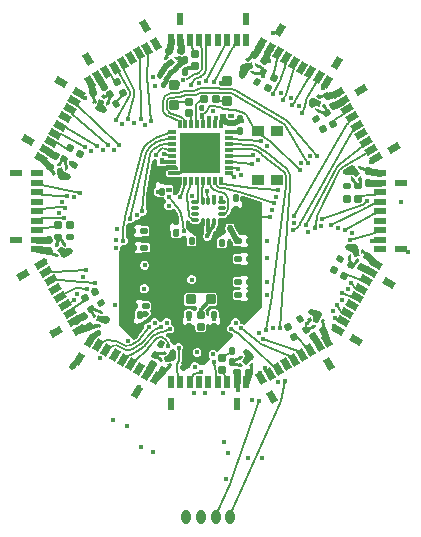
<source format=gtl>
G04*
G04 #@! TF.GenerationSoftware,Altium Limited,Altium Designer,21.6.1 (37)*
G04*
G04 Layer_Physical_Order=1*
G04 Layer_Color=255*
%FSLAX25Y25*%
%MOIN*%
G70*
G04*
G04 #@! TF.SameCoordinates,7A2AF629-CEF6-4696-9375-0D09EAA51E4D*
G04*
G04*
G04 #@! TF.FilePolarity,Positive*
G04*
G01*
G75*
%ADD10C,0.00984*%
%ADD11C,0.00787*%
G04:AMPARAMS|DCode=13|XSize=11.81mil|YSize=27.56mil|CornerRadius=2.95mil|HoleSize=0mil|Usage=FLASHONLY|Rotation=0.000|XOffset=0mil|YOffset=0mil|HoleType=Round|Shape=RoundedRectangle|*
%AMROUNDEDRECTD13*
21,1,0.01181,0.02165,0,0,0.0*
21,1,0.00591,0.02756,0,0,0.0*
1,1,0.00591,0.00295,-0.01083*
1,1,0.00591,-0.00295,-0.01083*
1,1,0.00591,-0.00295,0.01083*
1,1,0.00591,0.00295,0.01083*
%
%ADD13ROUNDEDRECTD13*%
G04:AMPARAMS|DCode=14|XSize=11.81mil|YSize=27.56mil|CornerRadius=2.95mil|HoleSize=0mil|Usage=FLASHONLY|Rotation=270.000|XOffset=0mil|YOffset=0mil|HoleType=Round|Shape=RoundedRectangle|*
%AMROUNDEDRECTD14*
21,1,0.01181,0.02165,0,0,270.0*
21,1,0.00591,0.02756,0,0,270.0*
1,1,0.00591,-0.01083,-0.00295*
1,1,0.00591,-0.01083,0.00295*
1,1,0.00591,0.01083,0.00295*
1,1,0.00591,0.01083,-0.00295*
%
%ADD14ROUNDEDRECTD14*%
%ADD15R,0.13583X0.13583*%
G04:AMPARAMS|DCode=16|XSize=11.81mil|YSize=23.62mil|CornerRadius=2.95mil|HoleSize=0mil|Usage=FLASHONLY|Rotation=0.000|XOffset=0mil|YOffset=0mil|HoleType=Round|Shape=RoundedRectangle|*
%AMROUNDEDRECTD16*
21,1,0.01181,0.01772,0,0,0.0*
21,1,0.00591,0.02362,0,0,0.0*
1,1,0.00591,0.00295,-0.00886*
1,1,0.00591,-0.00295,-0.00886*
1,1,0.00591,-0.00295,0.00886*
1,1,0.00591,0.00295,0.00886*
%
%ADD16ROUNDEDRECTD16*%
G04:AMPARAMS|DCode=17|XSize=11.81mil|YSize=23.62mil|CornerRadius=2.95mil|HoleSize=0mil|Usage=FLASHONLY|Rotation=90.000|XOffset=0mil|YOffset=0mil|HoleType=Round|Shape=RoundedRectangle|*
%AMROUNDEDRECTD17*
21,1,0.01181,0.01772,0,0,90.0*
21,1,0.00591,0.02362,0,0,90.0*
1,1,0.00591,0.00886,0.00295*
1,1,0.00591,0.00886,-0.00295*
1,1,0.00591,-0.00886,-0.00295*
1,1,0.00591,-0.00886,0.00295*
%
%ADD17ROUNDEDRECTD17*%
%ADD18P,0.01114X4X285.0*%
%ADD19P,0.00557X4X285.0*%
%ADD20P,0.01114X4X255.0*%
%ADD21P,0.00557X4X255.0*%
%ADD22R,0.00787X0.00787*%
%ADD23R,0.00394X0.00394*%
%ADD24P,0.01114X4X195.0*%
%ADD25P,0.00557X4X195.0*%
%ADD26P,0.01114X4X165.0*%
%ADD27P,0.00557X4X165.0*%
%ADD28R,0.00787X0.00787*%
%ADD29R,0.00394X0.00394*%
G04:AMPARAMS|DCode=30|XSize=23.62mil|YSize=23.62mil|CornerRadius=2.36mil|HoleSize=0mil|Usage=FLASHONLY|Rotation=90.000|XOffset=0mil|YOffset=0mil|HoleType=Round|Shape=RoundedRectangle|*
%AMROUNDEDRECTD30*
21,1,0.02362,0.01890,0,0,90.0*
21,1,0.01890,0.02362,0,0,90.0*
1,1,0.00472,0.00945,0.00945*
1,1,0.00472,0.00945,-0.00945*
1,1,0.00472,-0.00945,-0.00945*
1,1,0.00472,-0.00945,0.00945*
%
%ADD30ROUNDEDRECTD30*%
%ADD31R,0.01654X0.01890*%
%ADD32R,0.01890X0.01654*%
G04:AMPARAMS|DCode=33|XSize=31.5mil|YSize=31.5mil|CornerRadius=3.94mil|HoleSize=0mil|Usage=FLASHONLY|Rotation=90.000|XOffset=0mil|YOffset=0mil|HoleType=Round|Shape=RoundedRectangle|*
%AMROUNDEDRECTD33*
21,1,0.03150,0.02362,0,0,90.0*
21,1,0.02362,0.03150,0,0,90.0*
1,1,0.00787,0.01181,0.01181*
1,1,0.00787,0.01181,-0.01181*
1,1,0.00787,-0.01181,-0.01181*
1,1,0.00787,-0.01181,0.01181*
%
%ADD33ROUNDEDRECTD33*%
G04:AMPARAMS|DCode=34|XSize=23.62mil|YSize=23.62mil|CornerRadius=2.36mil|HoleSize=0mil|Usage=FLASHONLY|Rotation=120.000|XOffset=0mil|YOffset=0mil|HoleType=Round|Shape=RoundedRectangle|*
%AMROUNDEDRECTD34*
21,1,0.02362,0.01890,0,0,120.0*
21,1,0.01890,0.02362,0,0,120.0*
1,1,0.00472,0.00346,0.01291*
1,1,0.00472,0.01291,-0.00346*
1,1,0.00472,-0.00346,-0.01291*
1,1,0.00472,-0.01291,0.00346*
%
%ADD34ROUNDEDRECTD34*%
G04:AMPARAMS|DCode=35|XSize=23.62mil|YSize=23.62mil|CornerRadius=2.36mil|HoleSize=0mil|Usage=FLASHONLY|Rotation=180.000|XOffset=0mil|YOffset=0mil|HoleType=Round|Shape=RoundedRectangle|*
%AMROUNDEDRECTD35*
21,1,0.02362,0.01890,0,0,180.0*
21,1,0.01890,0.02362,0,0,180.0*
1,1,0.00472,-0.00945,0.00945*
1,1,0.00472,0.00945,0.00945*
1,1,0.00472,0.00945,-0.00945*
1,1,0.00472,-0.00945,-0.00945*
%
%ADD35ROUNDEDRECTD35*%
G04:AMPARAMS|DCode=36|XSize=23.62mil|YSize=23.62mil|CornerRadius=2.36mil|HoleSize=0mil|Usage=FLASHONLY|Rotation=60.000|XOffset=0mil|YOffset=0mil|HoleType=Round|Shape=RoundedRectangle|*
%AMROUNDEDRECTD36*
21,1,0.02362,0.01890,0,0,60.0*
21,1,0.01890,0.02362,0,0,60.0*
1,1,0.00472,0.01291,0.00346*
1,1,0.00472,0.00346,-0.01291*
1,1,0.00472,-0.01291,-0.00346*
1,1,0.00472,-0.00346,0.01291*
%
%ADD36ROUNDEDRECTD36*%
G04:AMPARAMS|DCode=37|XSize=23.62mil|YSize=23.62mil|CornerRadius=2.36mil|HoleSize=0mil|Usage=FLASHONLY|Rotation=30.000|XOffset=0mil|YOffset=0mil|HoleType=Round|Shape=RoundedRectangle|*
%AMROUNDEDRECTD37*
21,1,0.02362,0.01890,0,0,30.0*
21,1,0.01890,0.02362,0,0,30.0*
1,1,0.00472,0.01291,-0.00346*
1,1,0.00472,-0.00346,-0.01291*
1,1,0.00472,-0.01291,0.00346*
1,1,0.00472,0.00346,0.01291*
%
%ADD37ROUNDEDRECTD37*%
G04:AMPARAMS|DCode=38|XSize=23.62mil|YSize=23.62mil|CornerRadius=2.36mil|HoleSize=0mil|Usage=FLASHONLY|Rotation=330.000|XOffset=0mil|YOffset=0mil|HoleType=Round|Shape=RoundedRectangle|*
%AMROUNDEDRECTD38*
21,1,0.02362,0.01890,0,0,330.0*
21,1,0.01890,0.02362,0,0,330.0*
1,1,0.00472,0.00346,-0.01291*
1,1,0.00472,-0.01291,-0.00346*
1,1,0.00472,-0.00346,0.01291*
1,1,0.00472,0.01291,0.00346*
%
%ADD38ROUNDEDRECTD38*%
G04:AMPARAMS|DCode=39|XSize=31.5mil|YSize=31.5mil|CornerRadius=3.94mil|HoleSize=0mil|Usage=FLASHONLY|Rotation=180.000|XOffset=0mil|YOffset=0mil|HoleType=Round|Shape=RoundedRectangle|*
%AMROUNDEDRECTD39*
21,1,0.03150,0.02362,0,0,180.0*
21,1,0.02362,0.03150,0,0,180.0*
1,1,0.00787,-0.01181,0.01181*
1,1,0.00787,0.01181,0.01181*
1,1,0.00787,0.01181,-0.01181*
1,1,0.00787,-0.01181,-0.01181*
%
%ADD39ROUNDEDRECTD39*%
G04:AMPARAMS|DCode=40|XSize=19.68mil|YSize=23.62mil|CornerRadius=1.97mil|HoleSize=0mil|Usage=FLASHONLY|Rotation=270.000|XOffset=0mil|YOffset=0mil|HoleType=Round|Shape=RoundedRectangle|*
%AMROUNDEDRECTD40*
21,1,0.01968,0.01968,0,0,270.0*
21,1,0.01575,0.02362,0,0,270.0*
1,1,0.00394,-0.00984,-0.00787*
1,1,0.00394,-0.00984,0.00787*
1,1,0.00394,0.00984,0.00787*
1,1,0.00394,0.00984,-0.00787*
%
%ADD40ROUNDEDRECTD40*%
G04:AMPARAMS|DCode=41|XSize=19.68mil|YSize=23.62mil|CornerRadius=1.97mil|HoleSize=0mil|Usage=FLASHONLY|Rotation=0.000|XOffset=0mil|YOffset=0mil|HoleType=Round|Shape=RoundedRectangle|*
%AMROUNDEDRECTD41*
21,1,0.01968,0.01968,0,0,0.0*
21,1,0.01575,0.02362,0,0,0.0*
1,1,0.00394,0.00787,-0.00984*
1,1,0.00394,-0.00787,-0.00984*
1,1,0.00394,-0.00787,0.00984*
1,1,0.00394,0.00787,0.00984*
%
%ADD41ROUNDEDRECTD41*%
%ADD42R,0.03937X0.02362*%
G04:AMPARAMS|DCode=43|XSize=23.62mil|YSize=39.37mil|CornerRadius=0mil|HoleSize=0mil|Usage=FLASHONLY|Rotation=120.000|XOffset=0mil|YOffset=0mil|HoleType=Round|Shape=Rectangle|*
%AMROTATEDRECTD43*
4,1,4,0.02295,-0.00039,-0.01114,-0.02007,-0.02295,0.00039,0.01114,0.02007,0.02295,-0.00039,0.0*
%
%ADD43ROTATEDRECTD43*%

G04:AMPARAMS|DCode=44|XSize=23.62mil|YSize=39.37mil|CornerRadius=0mil|HoleSize=0mil|Usage=FLASHONLY|Rotation=60.000|XOffset=0mil|YOffset=0mil|HoleType=Round|Shape=Rectangle|*
%AMROTATEDRECTD44*
4,1,4,0.01114,-0.02007,-0.02295,-0.00039,-0.01114,0.02007,0.02295,0.00039,0.01114,-0.02007,0.0*
%
%ADD44ROTATEDRECTD44*%

G04:AMPARAMS|DCode=45|XSize=23.62mil|YSize=39.37mil|CornerRadius=0mil|HoleSize=0mil|Usage=FLASHONLY|Rotation=30.000|XOffset=0mil|YOffset=0mil|HoleType=Round|Shape=Rectangle|*
%AMROTATEDRECTD45*
4,1,4,-0.00039,-0.02295,-0.02007,0.01114,0.00039,0.02295,0.02007,-0.01114,-0.00039,-0.02295,0.0*
%
%ADD45ROTATEDRECTD45*%

%ADD46R,0.02362X0.03937*%
G04:AMPARAMS|DCode=47|XSize=23.62mil|YSize=39.37mil|CornerRadius=0mil|HoleSize=0mil|Usage=FLASHONLY|Rotation=150.000|XOffset=0mil|YOffset=0mil|HoleType=Round|Shape=Rectangle|*
%AMROTATEDRECTD47*
4,1,4,0.02007,0.01114,0.00039,-0.02295,-0.02007,-0.01114,-0.00039,0.02295,0.02007,0.01114,0.0*
%
%ADD47ROTATEDRECTD47*%

%ADD48R,0.03937X0.03543*%
G04:AMPARAMS|DCode=49|XSize=19.68mil|YSize=23.62mil|CornerRadius=1.97mil|HoleSize=0mil|Usage=FLASHONLY|Rotation=150.000|XOffset=0mil|YOffset=0mil|HoleType=Round|Shape=RoundedRectangle|*
%AMROUNDEDRECTD49*
21,1,0.01968,0.01968,0,0,150.0*
21,1,0.01575,0.02362,0,0,150.0*
1,1,0.00394,-0.00190,0.01246*
1,1,0.00394,0.01174,0.00459*
1,1,0.00394,0.00190,-0.01246*
1,1,0.00394,-0.01174,-0.00459*
%
%ADD49ROUNDEDRECTD49*%
G04:AMPARAMS|DCode=50|XSize=19.68mil|YSize=23.62mil|CornerRadius=1.97mil|HoleSize=0mil|Usage=FLASHONLY|Rotation=60.000|XOffset=0mil|YOffset=0mil|HoleType=Round|Shape=RoundedRectangle|*
%AMROUNDEDRECTD50*
21,1,0.01968,0.01968,0,0,60.0*
21,1,0.01575,0.02362,0,0,60.0*
1,1,0.00394,0.01246,0.00190*
1,1,0.00394,0.00459,-0.01174*
1,1,0.00394,-0.01246,-0.00190*
1,1,0.00394,-0.00459,0.01174*
%
%ADD50ROUNDEDRECTD50*%
G04:AMPARAMS|DCode=51|XSize=19.68mil|YSize=23.62mil|CornerRadius=1.97mil|HoleSize=0mil|Usage=FLASHONLY|Rotation=120.000|XOffset=0mil|YOffset=0mil|HoleType=Round|Shape=RoundedRectangle|*
%AMROUNDEDRECTD51*
21,1,0.01968,0.01968,0,0,120.0*
21,1,0.01575,0.02362,0,0,120.0*
1,1,0.00394,0.00459,0.01174*
1,1,0.00394,0.01246,-0.00190*
1,1,0.00394,-0.00459,-0.01174*
1,1,0.00394,-0.01246,0.00190*
%
%ADD51ROUNDEDRECTD51*%
G04:AMPARAMS|DCode=52|XSize=19.68mil|YSize=23.62mil|CornerRadius=1.97mil|HoleSize=0mil|Usage=FLASHONLY|Rotation=30.000|XOffset=0mil|YOffset=0mil|HoleType=Round|Shape=RoundedRectangle|*
%AMROUNDEDRECTD52*
21,1,0.01968,0.01968,0,0,30.0*
21,1,0.01575,0.02362,0,0,30.0*
1,1,0.00394,0.01174,-0.00459*
1,1,0.00394,-0.00190,-0.01246*
1,1,0.00394,-0.01174,0.00459*
1,1,0.00394,0.00190,0.01246*
%
%ADD52ROUNDEDRECTD52*%
%ADD83C,0.01181*%
%ADD84C,0.01772*%
%ADD85C,0.01968*%
%ADD86C,0.01575*%
%ADD87C,0.02362*%
%ADD88C,0.03150*%
%ADD89C,0.02362*%
%ADD90O,0.03150X0.04724*%
%ADD91C,0.01772*%
G36*
X-9921Y50492D02*
X-10630Y50492D01*
X-11339Y51201D01*
Y51476D01*
X-9921D01*
Y50492D01*
D02*
G37*
G36*
X-13307Y51201D02*
X-14016Y50492D01*
X-14724Y50492D01*
Y51476D01*
X-13307D01*
Y51201D01*
D02*
G37*
G36*
X13813Y50452D02*
X13675Y50213D01*
X12707Y49954D01*
X12093Y50308D01*
X12585Y51160D01*
X13813Y50452D01*
D02*
G37*
G36*
X-10987Y49705D02*
X-12323Y48368D01*
X-13659Y49705D01*
X-12323Y51041D01*
X-10987Y49705D01*
D02*
G37*
G36*
X-9921Y48917D02*
Y47933D01*
X-11339D01*
Y48209D01*
X-10630Y48917D01*
X-9921Y48917D01*
D02*
G37*
G36*
X-13307Y48209D02*
Y47933D01*
X-14724D01*
Y48917D01*
X-14016Y48917D01*
X-13307Y48209D01*
D02*
G37*
G36*
X16745Y48759D02*
X16253Y47906D01*
X15639Y48261D01*
X15380Y49229D01*
X15518Y49467D01*
X16745Y48759D01*
D02*
G37*
G36*
X11920Y48590D02*
X12179Y47622D01*
X12041Y47383D01*
X10814Y48092D01*
X11306Y48944D01*
X11920Y48590D01*
D02*
G37*
G36*
X14937Y47757D02*
X13111Y47268D01*
X12622Y49093D01*
X14448Y49582D01*
X14937Y47757D01*
D02*
G37*
G36*
X15466Y46543D02*
X14974Y45690D01*
X13746Y46399D01*
X13884Y46637D01*
X14852Y46897D01*
X15466Y46543D01*
D02*
G37*
G36*
X-34180Y38117D02*
X-34793Y37763D01*
X-35761Y38022D01*
X-35899Y38261D01*
X-34672Y38969D01*
X-34180Y38117D01*
D02*
G37*
G36*
X37524Y37702D02*
X37286Y37565D01*
X36318Y37824D01*
X35963Y38438D01*
X36816Y38930D01*
X37524Y37702D01*
D02*
G37*
G36*
X34954Y37037D02*
X34694Y36068D01*
X34456Y35931D01*
X33747Y37158D01*
X34599Y37650D01*
X34954Y37037D01*
D02*
G37*
G36*
X-37466Y37038D02*
X-37725Y36070D01*
X-38339Y35715D01*
X-38831Y36568D01*
X-37604Y37277D01*
X-37466Y37038D01*
D02*
G37*
G36*
X-32900Y35901D02*
X-34128Y35192D01*
X-34265Y35431D01*
X-34006Y36399D01*
X-33392Y36753D01*
X-32900Y35901D01*
D02*
G37*
G36*
X-34708Y36902D02*
X-35198Y35077D01*
X-37023Y35566D01*
X-36534Y37392D01*
X-34708Y36902D01*
D02*
G37*
G36*
X37639Y36632D02*
X37150Y34807D01*
X35325Y35296D01*
X35814Y37121D01*
X37639Y36632D01*
D02*
G37*
G36*
X39217Y34770D02*
X38365Y34278D01*
X38010Y34892D01*
X38270Y35860D01*
X38508Y35998D01*
X39217Y34770D01*
D02*
G37*
G36*
X-35970Y34447D02*
X-35832Y34208D01*
X-37060Y33499D01*
X-37552Y34352D01*
X-36938Y34706D01*
X-35970Y34447D01*
D02*
G37*
G36*
X36647Y34104D02*
X37001Y33491D01*
X36149Y32998D01*
X35440Y34226D01*
X35679Y34364D01*
X36647Y34104D01*
D02*
G37*
G36*
X-48955Y15997D02*
X-49310Y15383D01*
X-50278Y15124D01*
X-50516Y15261D01*
X-49808Y16489D01*
X-48955Y15997D01*
D02*
G37*
G36*
X50984Y13583D02*
X50709D01*
X50000Y14291D01*
X50000Y15000D01*
X50984D01*
Y13583D01*
D02*
G37*
G36*
X48425Y14291D02*
X47717Y13583D01*
X47441D01*
Y15000D01*
X48425D01*
X48425Y14291D01*
D02*
G37*
G36*
X-46739Y14717D02*
X-47448Y13490D01*
X-47686Y13627D01*
X-47946Y14596D01*
X-47592Y15209D01*
X-46739Y14717D01*
D02*
G37*
G36*
X-48317Y12855D02*
X-50142Y12366D01*
X-50631Y14191D01*
X-48806Y14680D01*
X-48317Y12855D01*
D02*
G37*
G36*
X-51262Y13419D02*
X-51003Y12451D01*
X-51357Y11837D01*
X-52209Y12329D01*
X-51501Y13557D01*
X-51262Y13419D01*
D02*
G37*
G36*
X50549Y12598D02*
X49213Y11262D01*
X47876Y12598D01*
X49213Y13935D01*
X50549Y12598D01*
D02*
G37*
G36*
X-48432Y11785D02*
X-49141Y10558D01*
X-49993Y11050D01*
X-49639Y11663D01*
X-48671Y11923D01*
X-48432Y11785D01*
D02*
G37*
G36*
X50984Y10197D02*
X50000D01*
X50000Y10905D01*
X50709Y11614D01*
X50984D01*
Y10197D01*
D02*
G37*
G36*
X48425Y10905D02*
X48425Y10197D01*
X47441D01*
Y11614D01*
X47717D01*
X48425Y10905D01*
D02*
G37*
G36*
X-17912Y17323D02*
X-17797D01*
X-17244Y17093D01*
X-17070Y16595D01*
Y16433D01*
X-17067Y16427D01*
Y15216D01*
X-14232D01*
Y15331D01*
X-12205D01*
X-12176Y15337D01*
X-11122D01*
X-10925Y15376D01*
X-10392Y15093D01*
X-10138Y14886D01*
Y13803D01*
X-12205D01*
X-12234Y13797D01*
X-13287D01*
X-13633Y13728D01*
X-13926Y13532D01*
X-14122Y13239D01*
X-14191Y12894D01*
Y12303D01*
X-14122Y11958D01*
X-13926Y11665D01*
X-13633Y11469D01*
X-13287Y11400D01*
X-12234D01*
X-12205Y11394D01*
X-9941D01*
X-9938Y11395D01*
X-9935Y11394D01*
X-9932Y11395D01*
X-9929Y11394D01*
X-9923Y11394D01*
X-9845Y11411D01*
X-9615Y11441D01*
X-9406Y11351D01*
X-9019Y11023D01*
X-8876Y10815D01*
Y9211D01*
X-9522Y7090D01*
X-9531Y7057D01*
X-9767Y6349D01*
X-9770Y6342D01*
X-10313Y5966D01*
X-10314Y5966D01*
X-10379Y5901D01*
X-10729Y5550D01*
X-10739Y5525D01*
X-11001Y5327D01*
X-11570Y5253D01*
X-11740Y5740D01*
X-11740D01*
X-11740Y5740D01*
Y6831D01*
X-11703Y6921D01*
Y7508D01*
X-11740Y7598D01*
Y8575D01*
X-12607D01*
X-12886Y8691D01*
X-13473D01*
X-13681Y8829D01*
Y9154D01*
X-14173Y9646D01*
X-17126D01*
X-17618Y9154D01*
Y7685D01*
X-17669Y7664D01*
X-18084Y7249D01*
X-18309Y6706D01*
Y6119D01*
X-18084Y5576D01*
X-17669Y5161D01*
X-17126Y4936D01*
X-17065D01*
X-17005Y4846D01*
X-16744Y4672D01*
X-16437Y4611D01*
X-14862D01*
X-14830Y4617D01*
X-14762Y4561D01*
X-14537Y4018D01*
X-14282Y3763D01*
X-14156Y3380D01*
X-14246Y2802D01*
X-14451Y2598D01*
X-14675Y2055D01*
Y1468D01*
X-14451Y925D01*
X-14036Y510D01*
X-13493Y285D01*
X-12905D01*
X-12363Y510D01*
X-12222Y651D01*
X-11255Y697D01*
X-10676Y-37D01*
X-10251Y-639D01*
X-10001Y-1322D01*
X-10001D01*
X-9832Y-2090D01*
X-9785Y-2327D01*
X-9778Y-2344D01*
X-9677Y-3125D01*
X-9640Y-3448D01*
X-10165Y-4035D01*
X-12205D01*
X-12697Y-4528D01*
Y-6102D01*
X-12319Y-6481D01*
Y-8268D01*
X-12257Y-8575D01*
X-12083Y-8835D01*
X-11823Y-9009D01*
X-11516Y-9070D01*
X-9941D01*
X-9634Y-9009D01*
X-9373Y-8835D01*
X-9199Y-8575D01*
X-8561Y-8160D01*
X-7974D01*
X-7579Y-8424D01*
Y-8760D01*
X-7201Y-9138D01*
Y-10925D01*
X-7139Y-11232D01*
X-6965Y-11493D01*
X-6705Y-11667D01*
X-6398Y-11728D01*
X-4823D01*
X-4516Y-11667D01*
X-4255Y-11493D01*
X-4081Y-11232D01*
X-4020Y-10925D01*
Y-9138D01*
X-3642Y-8760D01*
Y-7185D01*
X-4134Y-6693D01*
X-6791D01*
Y-6390D01*
X-7016Y-5847D01*
X-7394Y-5469D01*
X-7642Y-3259D01*
X-7060Y-2961D01*
X-6887Y-2927D01*
X-6457Y-3257D01*
X-6371Y-3292D01*
X-6328Y-3326D01*
X-6189Y-3394D01*
X-6149Y-3594D01*
X-5954Y-3887D01*
X-5661Y-4082D01*
X-5315Y-4151D01*
X-3543D01*
X-3198Y-4082D01*
X-2905Y-3887D01*
X-2709Y-3594D01*
X-2640Y-3248D01*
Y-2669D01*
X-1199D01*
Y-3416D01*
X-1204Y-3445D01*
Y-4882D01*
X-1417D01*
Y-7308D01*
X-1647Y-7537D01*
X-1871Y-8080D01*
Y-8668D01*
X-1647Y-9210D01*
X-1231Y-9625D01*
X-689Y-9850D01*
X-101D01*
X441Y-9625D01*
X857Y-9210D01*
X1081Y-8668D01*
Y-8080D01*
X1654Y-7717D01*
X1654D01*
Y-6950D01*
X2071Y-6629D01*
X2450Y-6136D01*
X2613Y-5741D01*
X2644Y-5695D01*
X2644Y-5695D01*
X2713Y-5534D01*
X2732Y-5440D01*
X3053Y-4744D01*
X3098Y-4676D01*
X3167Y-4331D01*
Y-4064D01*
X3173Y-4035D01*
Y-3445D01*
X3167Y-3416D01*
Y-2646D01*
X3282Y-2623D01*
X3477Y-2493D01*
X3607Y-2297D01*
X3630Y-2183D01*
X5315D01*
X5661Y-2114D01*
X5954Y-1918D01*
X6149Y-1625D01*
X6189Y-1426D01*
X6328Y-1357D01*
X6371Y-1324D01*
X6457Y-1288D01*
X6929Y-926D01*
X7292Y-453D01*
X7462Y-42D01*
X7520Y98D01*
X7598Y689D01*
X8223Y1083D01*
X10531D01*
X11024Y1575D01*
Y3150D01*
X10645Y3528D01*
Y4621D01*
X11273Y5097D01*
X13128Y4574D01*
X13124Y4557D01*
X13172Y4548D01*
X13916Y4305D01*
X17913Y2928D01*
Y-31890D01*
X11821Y-37982D01*
X11555Y-37716D01*
X11012Y-37491D01*
X10531D01*
Y-36911D01*
X10307Y-36368D01*
X9891Y-35953D01*
X9349Y-35728D01*
X8761D01*
X8219Y-35953D01*
X7803Y-36368D01*
X7579Y-36911D01*
Y-37498D01*
X6893Y-37900D01*
X6841Y-37922D01*
X6426Y-38337D01*
X6201Y-38880D01*
Y-39467D01*
X6426Y-40009D01*
X6841Y-40425D01*
X7384Y-40650D01*
X7971D01*
X8253Y-41377D01*
X8268Y-41535D01*
X2864Y-46939D01*
X2767Y-46920D01*
X2352Y-46504D01*
X1809Y-46279D01*
X1222D01*
X679Y-46504D01*
X264Y-46920D01*
X39Y-47462D01*
Y-48050D01*
X264Y-48592D01*
X679Y-49007D01*
X699Y-49104D01*
X-1378Y-51181D01*
X-3215D01*
X-3276Y-51034D01*
X-3691Y-50618D01*
X-4234Y-50394D01*
X-4821D01*
X-5364Y-50618D01*
X-5779Y-51034D01*
X-5840Y-51181D01*
X-8562D01*
X-9067Y-50572D01*
X-9066Y-50537D01*
X-9049Y-50412D01*
X-8957Y-50156D01*
X-8934Y-50052D01*
X-8797Y-49722D01*
X-8695Y-48951D01*
X-8719Y-48774D01*
X-8711Y-48711D01*
X-8893Y-46463D01*
X-8730Y-46299D01*
X-8505Y-45757D01*
Y-45169D01*
X-8730Y-44627D01*
X-9145Y-44212D01*
X-9687Y-43987D01*
X-10275D01*
X-10818Y-44212D01*
X-11159Y-44553D01*
X-11445Y-44567D01*
X-11468Y-44564D01*
X-12001Y-44423D01*
X-12156Y-44048D01*
X-12571Y-43633D01*
X-12603Y-43620D01*
X-12617Y-43537D01*
X-12644Y-43465D01*
X-12661Y-43334D01*
X-12879Y-42807D01*
X-13227Y-42355D01*
X-13672Y-42013D01*
X-13679Y-42008D01*
X-14118Y-41754D01*
X-14078Y-40992D01*
X-13424Y-40650D01*
X-13187Y-40748D01*
X-12600D01*
X-12057Y-40523D01*
X-11642Y-40108D01*
X-11417Y-39565D01*
Y-38978D01*
X-11642Y-38435D01*
X-12057Y-38020D01*
X-12570Y-37808D01*
X-12402Y-37400D01*
Y-36813D01*
X-12626Y-36270D01*
X-13042Y-35855D01*
X-13584Y-35630D01*
X-14172D01*
X-14714Y-35855D01*
X-15130Y-36270D01*
X-15155Y-36332D01*
X-15515Y-36820D01*
X-16344Y-36817D01*
X-16673Y-36360D01*
X-17088Y-35945D01*
X-17631Y-35720D01*
X-18218D01*
X-18761Y-35945D01*
X-19176Y-36360D01*
X-19231Y-36492D01*
X-19464Y-36956D01*
X-20309Y-37111D01*
X-20965Y-36673D01*
Y-35827D01*
X-20494Y-35715D01*
X-19925Y-35454D01*
X-19499Y-34995D01*
X-19281Y-34408D01*
X-19304Y-33782D01*
X-19565Y-33212D01*
X-19552Y-33043D01*
X-19413Y-32950D01*
X-19239Y-32689D01*
X-19177Y-32382D01*
Y-30807D01*
X-19239Y-30500D01*
X-19413Y-30239D01*
X-19673Y-30065D01*
X-19980Y-30004D01*
X-21767D01*
X-22146Y-29626D01*
X-23720D01*
X-24213Y-30118D01*
Y-33043D01*
X-24288Y-33094D01*
X-24462Y-33354D01*
X-24523Y-33661D01*
Y-35449D01*
X-24902Y-35827D01*
Y-37402D01*
X-24409Y-37894D01*
X-22006D01*
X-21560Y-38227D01*
X-21459Y-39085D01*
X-23820Y-42161D01*
X-23835Y-42150D01*
X-24049Y-42346D01*
X-24040Y-42360D01*
X-24041Y-42364D01*
X-24896Y-42919D01*
X-25528Y-42287D01*
X-25533Y-42274D01*
X-25949Y-41859D01*
X-25962Y-41853D01*
X-29921Y-37894D01*
Y-31956D01*
X-29706Y-31435D01*
Y-30848D01*
X-29921Y-30327D01*
Y-13387D01*
X-29575Y-13041D01*
X-29350Y-12498D01*
Y-11911D01*
X-28735Y-11338D01*
X-28640Y-11378D01*
X-28053D01*
X-27510Y-11153D01*
X-27095Y-10738D01*
X-26870Y-10195D01*
Y-9608D01*
X-27095Y-9065D01*
X-27403Y-8757D01*
X-27542Y-6202D01*
X-27530Y-6201D01*
X-27513Y-6021D01*
X-27409Y-5249D01*
X-27268Y-4368D01*
X-26397Y-3905D01*
X-26376Y-3914D01*
X-25789D01*
X-25246Y-3689D01*
X-24831Y-3274D01*
X-24278Y-2828D01*
X-23691D01*
X-23148Y-2603D01*
X-22733Y-2188D01*
X-22725Y-2169D01*
X-22341Y-1476D01*
X-21754D01*
X-21211Y-1252D01*
X-20796Y-836D01*
X-20571Y-294D01*
Y294D01*
X-20796Y836D01*
X-20981Y1022D01*
X-20692Y5861D01*
X-20635Y6642D01*
X-20577Y7082D01*
X-20593Y7085D01*
X-18837Y16902D01*
X-17959Y17342D01*
X-17912Y17323D01*
D02*
G37*
G36*
X-47539Y-11890D02*
X-47815D01*
X-48524Y-11181D01*
X-48524Y-10473D01*
X-47539D01*
Y-11890D01*
D02*
G37*
G36*
X-50098Y-11181D02*
X-50807Y-11890D01*
X-51083D01*
Y-10473D01*
X-50098D01*
X-50098Y-11181D01*
D02*
G37*
G36*
X49718Y-11661D02*
X49363Y-12274D01*
X48395Y-12534D01*
X48156Y-12396D01*
X48865Y-11169D01*
X49718Y-11661D01*
D02*
G37*
G36*
X51934Y-12940D02*
X51225Y-14168D01*
X50986Y-14030D01*
X50727Y-13062D01*
X51081Y-12448D01*
X51934Y-12940D01*
D02*
G37*
G36*
X-47975Y-12874D02*
X-49311Y-14210D01*
X-50647Y-12874D01*
X-49311Y-11538D01*
X-47975Y-12874D01*
D02*
G37*
G36*
X-47539Y-15276D02*
X-48524D01*
X-48524Y-14567D01*
X-47815Y-13858D01*
X-47539D01*
Y-15276D01*
D02*
G37*
G36*
X-50098Y-14567D02*
X-50098Y-15276D01*
X-51083D01*
Y-13858D01*
X-50807D01*
X-50098Y-14567D01*
D02*
G37*
G36*
X50356Y-14802D02*
X48531Y-15292D01*
X48041Y-13466D01*
X49867Y-12977D01*
X50356Y-14802D01*
D02*
G37*
G36*
X47411Y-14239D02*
X47670Y-15207D01*
X47316Y-15820D01*
X46464Y-15328D01*
X47172Y-14101D01*
X47411Y-14239D01*
D02*
G37*
G36*
X50241Y-15872D02*
X49532Y-17100D01*
X48680Y-16608D01*
X49034Y-15994D01*
X50002Y-15735D01*
X50241Y-15872D01*
D02*
G37*
G36*
X-35192Y-34128D02*
X-35431Y-34265D01*
X-36399Y-34006D01*
X-36753Y-33392D01*
X-35901Y-32900D01*
X-35192Y-34128D01*
D02*
G37*
G36*
X37552Y-34352D02*
X36938Y-34706D01*
X35970Y-34447D01*
X35832Y-34208D01*
X37060Y-33499D01*
X37552Y-34352D01*
D02*
G37*
G36*
X-37763Y-34793D02*
X-38022Y-35761D01*
X-38261Y-35899D01*
X-38969Y-34672D01*
X-38117Y-34180D01*
X-37763Y-34793D01*
D02*
G37*
G36*
X34265Y-35431D02*
X34006Y-36399D01*
X33392Y-36753D01*
X32900Y-35901D01*
X34128Y-35192D01*
X34265Y-35431D01*
D02*
G37*
G36*
X-35077Y-35198D02*
X-35566Y-37023D01*
X-37392Y-36534D01*
X-36902Y-34708D01*
X-35077Y-35198D01*
D02*
G37*
G36*
X38831Y-36568D02*
X37604Y-37277D01*
X37466Y-37038D01*
X37725Y-36070D01*
X38339Y-35715D01*
X38831Y-36568D01*
D02*
G37*
G36*
X37023Y-35566D02*
X36534Y-37392D01*
X34708Y-36902D01*
X35198Y-35077D01*
X37023Y-35566D01*
D02*
G37*
G36*
X-33499Y-37060D02*
X-34352Y-37552D01*
X-34706Y-36938D01*
X-34447Y-35970D01*
X-34208Y-35832D01*
X-33499Y-37060D01*
D02*
G37*
G36*
X-36070Y-37725D02*
X-35715Y-38339D01*
X-36568Y-38831D01*
X-37277Y-37604D01*
X-37038Y-37466D01*
X-36070Y-37725D01*
D02*
G37*
G36*
X35761Y-38022D02*
X35899Y-38261D01*
X34672Y-38969D01*
X34180Y-38117D01*
X34793Y-37763D01*
X35761Y-38022D01*
D02*
G37*
G36*
X-13746Y-47186D02*
X-13884Y-47425D01*
X-14852Y-47684D01*
X-15466Y-47330D01*
X-14974Y-46477D01*
X-13746Y-47186D01*
D02*
G37*
G36*
X14882Y-49114D02*
X14173Y-49114D01*
X13465Y-48406D01*
Y-48130D01*
X14882D01*
Y-49114D01*
D02*
G37*
G36*
X11496Y-48406D02*
X10787Y-49114D01*
X10079Y-49114D01*
Y-48130D01*
X11496D01*
Y-48406D01*
D02*
G37*
G36*
X-10814Y-48879D02*
X-11306Y-49731D01*
X-11920Y-49377D01*
X-12179Y-48409D01*
X-12041Y-48170D01*
X-10814Y-48879D01*
D02*
G37*
G36*
X-15639Y-49048D02*
X-15380Y-50016D01*
X-15518Y-50255D01*
X-16745Y-49546D01*
X-16253Y-48694D01*
X-15639Y-49048D01*
D02*
G37*
G36*
X-12622Y-49881D02*
X-14448Y-50370D01*
X-14937Y-48544D01*
X-13111Y-48055D01*
X-12622Y-49881D01*
D02*
G37*
G36*
X13817Y-49902D02*
X12480Y-51238D01*
X11144Y-49902D01*
X12480Y-48565D01*
X13817Y-49902D01*
D02*
G37*
G36*
X14882Y-50689D02*
Y-51673D01*
X13465D01*
Y-51398D01*
X14173Y-50689D01*
X14882Y-50689D01*
D02*
G37*
G36*
X11496Y-51398D02*
Y-51673D01*
X10079D01*
Y-50689D01*
X10787Y-50689D01*
X11496Y-51398D01*
D02*
G37*
G36*
X-12093Y-51095D02*
X-12585Y-51948D01*
X-13813Y-51239D01*
X-13675Y-51000D01*
X-12707Y-50741D01*
X-12093Y-51095D01*
D02*
G37*
%LPC*%
G36*
X-22638Y-4626D02*
X-24213D01*
X-24705Y-5118D01*
Y-8071D01*
X-24213Y-8563D01*
X-22638D01*
X-22260Y-8185D01*
X-20472D01*
X-20165Y-8124D01*
X-19905Y-7950D01*
X-19731Y-7689D01*
X-19670Y-7382D01*
Y-5807D01*
X-19731Y-5500D01*
X-19905Y-5239D01*
X-20165Y-5065D01*
X-20472Y-5004D01*
X-22260D01*
X-22638Y-4626D01*
D02*
G37*
G36*
X6983Y-4135D02*
X6811Y-4193D01*
X5768D01*
Y-5042D01*
X5636Y-5305D01*
X5592Y-5930D01*
X5768Y-6456D01*
X5768Y-7264D01*
X5029Y-7382D01*
X2953D01*
X2461Y-7874D01*
Y-9449D01*
X2839Y-9827D01*
Y-11614D01*
X2900Y-11921D01*
X3074Y-12182D01*
X3334Y-12356D01*
X3642Y-12417D01*
X5217D01*
X5524Y-12356D01*
X5784Y-12182D01*
X5958Y-11921D01*
X6019Y-11614D01*
Y-9827D01*
X6398Y-9449D01*
Y-9176D01*
X7185Y-8967D01*
X8055Y-10492D01*
Y-10827D01*
X8117Y-11134D01*
X8291Y-11394D01*
X8551Y-11569D01*
X8858Y-11630D01*
X9568D01*
X9646Y-11645D01*
X9843D01*
X9920Y-11630D01*
X10645D01*
X11024Y-12008D01*
X12598D01*
X13091Y-11516D01*
Y-8563D01*
X12598Y-8071D01*
X11024D01*
X10203Y-7778D01*
X8602Y-4972D01*
Y-4193D01*
X7635D01*
X7608Y-4180D01*
X6983Y-4135D01*
D02*
G37*
G36*
X-22539Y-10138D02*
X-24114D01*
X-24606Y-10630D01*
Y-13583D01*
X-24114Y-14075D01*
X-22539D01*
X-22161Y-13697D01*
X-20374D01*
X-20067Y-13635D01*
X-19806Y-13461D01*
X-19632Y-13201D01*
X-19571Y-12894D01*
Y-11319D01*
X-19632Y-11012D01*
X-19806Y-10751D01*
X-20067Y-10577D01*
X-20374Y-10516D01*
X-22161D01*
X-22539Y-10138D01*
D02*
G37*
G36*
X12598Y-13878D02*
X11024D01*
X10645Y-14256D01*
X8858D01*
X8551Y-14317D01*
X8291Y-14491D01*
X8117Y-14752D01*
X8055Y-15059D01*
Y-16634D01*
X8117Y-16941D01*
X8291Y-17202D01*
X8551Y-17376D01*
X8858Y-17437D01*
X10645D01*
X11024Y-17815D01*
X12598D01*
X13091Y-17323D01*
Y-14370D01*
X12598Y-13878D01*
D02*
G37*
G36*
X-20966Y-16535D02*
X-21553D01*
X-22096Y-16760D01*
X-22511Y-17176D01*
X-22736Y-17718D01*
Y-18305D01*
X-22511Y-18848D01*
X-22096Y-19263D01*
X-21553Y-19488D01*
X-20966D01*
X-20424Y-19263D01*
X-20008Y-18848D01*
X-19783Y-18305D01*
Y-17718D01*
X-20008Y-17176D01*
X-20424Y-16760D01*
X-20966Y-16535D01*
D02*
G37*
G36*
X-5218Y-21358D02*
X-5805D01*
X-6348Y-21583D01*
X-6763Y-21998D01*
X-6988Y-22541D01*
Y-23128D01*
X-6763Y-23671D01*
X-6348Y-24086D01*
X-5805Y-24311D01*
X-5218D01*
X-4676Y-24086D01*
X-4260Y-23671D01*
X-4035Y-23128D01*
Y-22541D01*
X-4260Y-21998D01*
X-4676Y-21583D01*
X-5218Y-21358D01*
D02*
G37*
G36*
X-21163Y-24409D02*
X-21750D01*
X-22293Y-24634D01*
X-22708Y-25049D01*
X-22933Y-25592D01*
Y-26180D01*
X-22708Y-26722D01*
X-22293Y-27137D01*
X-21750Y-27362D01*
X-21163D01*
X-20620Y-27137D01*
X-20205Y-26722D01*
X-19980Y-26180D01*
Y-25592D01*
X-20205Y-25049D01*
X-20620Y-24634D01*
X-21163Y-24409D01*
D02*
G37*
G36*
X1969Y-27146D02*
X-394D01*
X-778Y-27222D01*
X-987Y-27362D01*
X-4131D01*
X-4340Y-27222D01*
X-4724Y-27146D01*
X-7087D01*
X-7471Y-27222D01*
X-7796Y-27440D01*
X-8014Y-27766D01*
X-8090Y-28150D01*
Y-30512D01*
X-8014Y-30896D01*
X-7796Y-31221D01*
X-7471Y-31439D01*
X-7087Y-31515D01*
X-4724D01*
X-4340Y-31439D01*
X-4016Y-31565D01*
X-3739Y-32286D01*
X-3733Y-32476D01*
X-3897Y-32871D01*
X-4100Y-33006D01*
X-4188Y-33138D01*
X-4610Y-33202D01*
X-4678Y-33200D01*
X-5054Y-33125D01*
X-5141Y-32995D01*
X-5401Y-32821D01*
X-5709Y-32760D01*
X-7283D01*
X-7591Y-32821D01*
X-7851Y-32995D01*
X-8025Y-33256D01*
X-8086Y-33563D01*
Y-35350D01*
X-8465Y-35728D01*
Y-37303D01*
X-7972Y-37795D01*
X-5020D01*
X-4347Y-38236D01*
Y-39429D01*
X-4283Y-39752D01*
X-4100Y-40025D01*
X-3827Y-40208D01*
X-3504Y-40272D01*
X-1614D01*
X-1292Y-40208D01*
X-1018Y-40025D01*
X-835Y-39752D01*
X-771Y-39429D01*
Y-37817D01*
X-58Y-37524D01*
X82Y-37582D01*
X295Y-37795D01*
X3248D01*
X3740Y-37303D01*
Y-35728D01*
X3362Y-35350D01*
Y-33563D01*
X3301Y-33256D01*
X3127Y-32995D01*
X2866Y-32821D01*
X2559Y-32760D01*
X984D01*
X677Y-32821D01*
X417Y-32995D01*
X243Y-33256D01*
X181Y-33563D01*
Y-34755D01*
X16Y-34865D01*
X-771Y-34445D01*
Y-33602D01*
X-835Y-33280D01*
X-1018Y-33006D01*
X-1023Y-32962D01*
X329Y-31515D01*
X1969D01*
X2352Y-31439D01*
X2678Y-31221D01*
X2896Y-30896D01*
X2972Y-30512D01*
Y-28150D01*
X2896Y-27766D01*
X2678Y-27440D01*
X2352Y-27222D01*
X1969Y-27146D01*
D02*
G37*
G36*
X12598Y-21555D02*
X11024D01*
X10645Y-21933D01*
X8858D01*
X8551Y-21994D01*
X8291Y-22169D01*
X8117Y-22429D01*
X8055Y-22736D01*
Y-24311D01*
X8117Y-24618D01*
X8291Y-24879D01*
X8551Y-25053D01*
X8858Y-25114D01*
X10387D01*
X10723Y-25689D01*
X10387Y-26264D01*
X8858D01*
X8551Y-26325D01*
X8291Y-26499D01*
X8117Y-26760D01*
X8055Y-27067D01*
Y-28642D01*
X8117Y-28949D01*
X8291Y-29209D01*
X8551Y-29383D01*
X8858Y-29445D01*
X10645D01*
X11024Y-29823D01*
X12598D01*
X13091Y-29331D01*
Y-26378D01*
X12877Y-26164D01*
X12680Y-25689D01*
X12877Y-25214D01*
X13091Y-25000D01*
Y-22047D01*
X12598Y-21555D01*
D02*
G37*
G36*
X-3520Y-45564D02*
X-4107D01*
X-4650Y-45789D01*
X-5065Y-46204D01*
X-5290Y-46747D01*
Y-47334D01*
X-5065Y-47877D01*
X-4650Y-48292D01*
X-4107Y-48517D01*
X-3520D01*
X-2977Y-48292D01*
X-2562Y-47877D01*
X-2337Y-47334D01*
Y-46747D01*
X-2562Y-46204D01*
X-2977Y-45789D01*
X-3520Y-45564D01*
D02*
G37*
%LPD*%
D10*
X32592Y-37452D02*
G03*
X32441Y-38635I701J-691D01*
G01*
X32694Y-37338D02*
G03*
X32694Y-37337I-1008J788D01*
G01*
X32595Y-37450D02*
G03*
X32694Y-37338I-909J901D01*
G01*
X18205Y45524D02*
G03*
X18213Y46126I-933J314D01*
G01*
X17442Y47942D02*
G03*
X17365Y47983I-496J-850D01*
G01*
X17726Y47693D02*
G03*
X17445Y47940I-780J-600D01*
G01*
X-17913Y-47768D02*
X-17797Y-48197D01*
X-17732Y-48437D01*
X-17257Y-48711D02*
X-15885Y-49474D01*
X-16518Y-47378D02*
X-14606Y-47258D01*
X-17913Y-47768D02*
X-16618Y-47406D01*
X-16518Y-47378D01*
X32441Y-38635D02*
X32481Y-38704D01*
X32592Y-37452D02*
X32595Y-37450D01*
X32694Y-37337D02*
X33760Y-35973D01*
X32694Y-37338D02*
X32694Y-37337D01*
X32283Y-39370D02*
X32481Y-38704D01*
X32283Y-39370D02*
X32562Y-38657D01*
X32979Y-39379D02*
X35039Y-38189D01*
X18110Y46457D02*
X18212Y46130D01*
X18213Y46126D01*
X18036Y45022D02*
X18205Y45524D01*
X-17732Y-48437D02*
X-17257Y-48711D01*
X17442Y47942D02*
X17445Y47940D01*
X15885Y48687D02*
X17365Y47983D01*
X17365Y47983D02*
X17365Y47983D01*
X17340Y46106D02*
X17913Y46660D01*
X47023Y-17143D02*
X47208Y-17951D01*
Y-17951D02*
X47244Y-18110D01*
X8022Y-50461D02*
X8366Y-49705D01*
X7874Y-50787D02*
X8022Y-50461D01*
X-49283Y-9198D02*
X-48031Y-11181D01*
X-50591D02*
Y-9154D01*
X-39019Y-32140D02*
X-38652Y-32234D01*
X-13681Y53051D02*
X-13681Y53051D01*
X-14016Y50984D02*
X-13681Y53051D01*
X37102Y38277D02*
X38796Y38670D01*
X39567Y38319D01*
X-38652Y-32234D02*
X-38586Y-32251D01*
X-49311Y-9154D02*
X-49283Y-9198D01*
X-38750Y-32614D02*
X-38264Y-32562D01*
X-39352Y-32054D02*
X-39106Y-32480D01*
X-39352Y-32054D02*
X-39019Y-32140D01*
X-38264Y-32562D02*
X-35973Y-33760D01*
X-33760Y35973D02*
X-32759Y38394D01*
X17726Y47693D02*
X18029Y47299D01*
X18110Y46457D01*
X8366Y-49705D02*
X10787Y-48622D01*
X7874Y-50787D02*
X8366Y-51083D01*
X47208Y-17951D02*
Y-17951D01*
X8366Y-51083D02*
X10787Y-51181D01*
X16929Y46108D02*
X17340Y46106D01*
X15220Y46116D02*
X16929Y46108D01*
X-35039Y38189D02*
X-33240Y39228D01*
X-38670Y38796D02*
X-38319Y39567D01*
X-38670Y38796D02*
X-37972Y36496D01*
X-49736Y15629D02*
X-48770Y17303D01*
X-47811Y16749D02*
X-47520Y14349D01*
X-52871Y13988D02*
X-51429Y12697D01*
X-52953Y14831D02*
X-52871Y13988D01*
X-53150Y-13386D02*
X-52658Y-14075D01*
X-50591Y-14567D01*
X-39280Y-33149D02*
X-38189Y-35039D01*
X-15224Y-52953D02*
X-14382Y-52871D01*
X-12953Y-51167D01*
X14075Y-53051D02*
X14173Y-51181D01*
X13386Y-53543D02*
X14075Y-53051D01*
X38319Y-39567D02*
X38670Y-38796D01*
X37972Y-36496D02*
X38670Y-38796D01*
X46890Y-15574D02*
X47023Y-17143D01*
X48217Y-17832D02*
X49460Y-16240D01*
X52674Y-14252D02*
X52756Y-15094D01*
X51153Y-13308D02*
X52674Y-14252D01*
X49311Y8760D02*
X50000Y8268D01*
X47933Y10905D02*
X49311Y8760D01*
X50000Y8268D02*
X50492Y8760D01*
Y10905D01*
Y14291D02*
X52658Y14075D01*
X53150Y13386D01*
X36220Y33858D02*
X38527Y32759D01*
X39370Y32677D01*
X39489Y33314D01*
X38437Y35138D02*
X39489Y33314D01*
X14382Y52084D02*
X15224Y52165D01*
X12953Y50380D02*
X14382Y52084D01*
D11*
X3452Y40941D02*
G03*
X3307Y40945I-145J-2594D01*
G01*
X3682Y39508D02*
G03*
X3307Y39567I-375J-1161D01*
G01*
X-6817Y38713D02*
G03*
X-6599Y38681I222J755D01*
G01*
X8878Y40321D02*
G03*
X7630Y40698I-1398J-2375D01*
G01*
X3552Y40934D02*
G03*
X3508Y40938I-92J-782D01*
G01*
X-5439Y40059D02*
G03*
X-5451Y40059I-13J-1378D01*
G01*
X4644Y40871D02*
G03*
X4469Y40863I-52J-786D01*
G01*
X25559Y28835D02*
G03*
X25552Y28847I-855J-489D01*
G01*
X3467Y40940D02*
G03*
X3452Y40941I-160J-2593D01*
G01*
X-6613Y40102D02*
G03*
X-6361Y40059I257J744D01*
G01*
X3964Y40861D02*
G03*
X4155Y40837I191J764D01*
G01*
X-7066Y40152D02*
G03*
X-7078Y40150I132J-776D01*
G01*
X4563Y39485D02*
G03*
X4559Y39484I83J-783D01*
G01*
X3964Y40861D02*
G03*
X3589Y40930I-657J-2514D01*
G01*
X3857Y39473D02*
G03*
X4559Y39484I297J3234D01*
G01*
X4155Y40837D02*
G03*
X4469Y40863I0J1870D01*
G01*
X25552Y28847D02*
G03*
X25196Y29199I-847J-501D01*
G01*
X4780Y40863D02*
G03*
X4767Y40864I-130J-2161D01*
G01*
X3685Y39507D02*
G03*
X3857Y39473I239J750D01*
G01*
X4701Y39488D02*
G03*
X4566Y39485I-51J-786D01*
G01*
X-6664Y40119D02*
G03*
X-7066Y40152I-262J-742D01*
G01*
X-3794Y44545D02*
G03*
X-4867Y43700I540J-1790D01*
G01*
X-6708Y44354D02*
G03*
X-6407Y44507I-379J1119D01*
G01*
X-3038Y46212D02*
G03*
X-2165Y47382I-348J1170D01*
G01*
X-3004Y40899D02*
G03*
X-4276Y40262I484J-2553D01*
G01*
X-2520Y40945D02*
G03*
X-3004Y40899I0J-2598D01*
G01*
X-4810Y40055D02*
G03*
X-4276Y40262I2J787D01*
G01*
X-4192Y38673D02*
G03*
X-3534Y39026I2J787D01*
G01*
X-2755Y39544D02*
G03*
X-3534Y39026I235J-1198D01*
G01*
X-2520Y39567D02*
G03*
X-2755Y39544I0J-1221D01*
G01*
X-6817Y38713D02*
G03*
X-7181Y38730I-219J-756D01*
G01*
X-2635Y44894D02*
G03*
X-787Y47382I-751J2488D01*
G01*
X-9266Y31365D02*
G03*
X-9270Y31367I-299J-728D01*
G01*
X-8199Y30578D02*
G03*
X-8881Y31210I-1151J-558D01*
G01*
X-7564Y38661D02*
G03*
X-7647Y38642I222J-1200D01*
G01*
X-7810Y40017D02*
G03*
X-7991Y39977I467J-2556D01*
G01*
X-7559Y38662D02*
G03*
X-7564Y38661I216J-1201D01*
G01*
X-7803Y40018D02*
G03*
X-7810Y40017I461J-2557D01*
G01*
X26513Y29867D02*
G03*
X25892Y30389I-1808J-1520D01*
G01*
X-2165Y53209D02*
G03*
X-2170Y53315I-1221J0D01*
G01*
X-4192Y45864D02*
G03*
X-5123Y45410I938J-3109D01*
G01*
X3245Y45339D02*
G03*
X3251Y45348I-685J388D01*
G01*
X7858Y12119D02*
G03*
X7350Y12467I-663J-424D01*
G01*
X7564Y39321D02*
G03*
X7556Y39322I-84J-1375D01*
G01*
X8175Y39136D02*
G03*
X7564Y39321I-695J-1190D01*
G01*
X5196Y54649D02*
G03*
X5200Y54657I-865J469D01*
G01*
D02*
G03*
X5260Y54792I-870J461D01*
G01*
X8330Y54621D02*
G03*
X8340Y54639I-850J497D01*
G01*
D02*
G03*
X8409Y54792I-860J479D01*
G01*
X236Y30000D02*
G03*
X224Y30164I-787J25D01*
G01*
X2175Y29121D02*
G03*
X2165Y28978I777J-130D01*
G01*
X-15810Y20709D02*
G03*
X-15945Y20606I1065J-1538D01*
G01*
D02*
G03*
X-16127Y20432I1199J-1435D01*
G01*
X-15716Y20770D02*
G03*
X-15810Y20709I970J-1599D01*
G01*
X-14742Y19170D02*
G03*
X-14690Y19155I249J747D01*
G01*
X-14555Y19120D02*
G03*
X-14561Y19122I-199J-762D01*
G01*
X-15647Y20810D02*
G03*
X-15716Y20770I901J-1639D01*
G01*
X-18712Y20316D02*
G03*
X-19459Y19128I1094J-1517D01*
G01*
X-19518Y21434D02*
G03*
X-20788Y19508I1899J-2635D01*
G01*
X-15675Y23703D02*
G03*
X-17450Y22924I929J-4532D01*
G01*
X-12359Y18537D02*
G03*
X-12314Y18526I207J760D01*
G01*
X-22824Y49913D02*
G03*
X-22842Y50085I-984J-14D01*
G01*
X-24750Y38490D02*
G03*
X-24747Y38502I-2503J699D01*
G01*
X-26860Y30874D02*
G03*
X-26807Y31014I-708J345D01*
G01*
X-24747Y38502D02*
G03*
X-24909Y40312I-2506J688D01*
G01*
X-15279Y20964D02*
G03*
X-15647Y20810I533J-1792D01*
G01*
X-14745Y22419D02*
G03*
X-16645Y21806I-0J-3248D01*
G01*
X-27890Y-1960D02*
G03*
X-27928Y-2138I1808J-478D01*
G01*
X-21580Y7261D02*
G03*
X-21647Y6703I4748J-849D01*
G01*
X-20323Y22552D02*
G03*
X-22099Y19948I2705J-3752D01*
G01*
X-28523Y-5861D02*
G03*
X-28544Y-6256I1847J-294D01*
G01*
X-13468Y20537D02*
G03*
X-15279Y20964I-1278J-1366D01*
G01*
X-22049Y13922D02*
G03*
X-22040Y13961I-1335J342D01*
G01*
X-16872Y24786D02*
G03*
X-18256Y24042I2127J-5615D01*
G01*
X9920Y14218D02*
G03*
X9663Y14276I-299J-728D01*
G01*
X7640Y16445D02*
G03*
X7676Y16443I71J784D01*
G01*
X7459Y14414D02*
G03*
X7570Y14399I157J772D01*
G01*
X7736Y16438D02*
G03*
X7678Y16443I-95J-782D01*
G01*
X-15337Y-40235D02*
G03*
X-15244Y-40201I-592J1774D01*
G01*
X-15483Y-40282D02*
G03*
X-15444Y-40271I-211J759D01*
G01*
X-18083Y-39691D02*
G03*
X-18119Y-39712I1948J-3421D01*
G01*
X-15930Y-38461D02*
G03*
X-15933Y-38467I663J-425D01*
G01*
X-18119Y-39712D02*
G03*
X-19045Y-40461I1984J-3400D01*
G01*
X-28244Y-46012D02*
G03*
X-25018Y-45836I1459J2902D01*
G01*
X-30856Y-44695D02*
G03*
X-30851Y-44698I626J1228D01*
G01*
X9726Y-40597D02*
G03*
X9641Y-40529I-533J-580D01*
G01*
X17047Y-43985D02*
G03*
X17503Y-44251I1162J1465D01*
G01*
X29223Y-46397D02*
G03*
X28975Y-46241I-642J-746D01*
G01*
D02*
G03*
X28903Y-46213I-393J-902D01*
G01*
X26496Y-47971D02*
G03*
X26226Y-47807I-642J-746D01*
G01*
X7572Y-89980D02*
G03*
X7574Y-89976I-1759J635D01*
G01*
X20231Y-53990D02*
G03*
X20193Y-53948I-610J-499D01*
G01*
X18729Y-52170D02*
G03*
X18935Y-52616I782J91D01*
G01*
X18729Y-52170D02*
G03*
X18723Y-52130I-782J-94D01*
G01*
X20306Y-54085D02*
G03*
X20271Y-54040I-644J-453D01*
G01*
X17070Y-54713D02*
G03*
X17061Y-54696I-687J-384D01*
G01*
X7508Y-90135D02*
G03*
X7572Y-89980I-1695J790D01*
G01*
X24082Y-63389D02*
G03*
X24146Y-63195I-899J400D01*
G01*
X-9875Y-49751D02*
G03*
X-9712Y-48792I-1799J800D01*
G01*
X-9920Y-49854D02*
G03*
X-10018Y-50112I2342J-1032D01*
G01*
X-10430Y-51413D02*
G03*
X-10523Y-52257I2064J-654D01*
G01*
X32823Y37775D02*
G03*
X32604Y37210I1705J-984D01*
G01*
X31853Y34135D02*
G03*
X32044Y34641I-1637J905D01*
G01*
X-30856Y-44695D02*
G03*
X-31951Y-44822I-453J-874D01*
G01*
X2362Y-53051D02*
G03*
X2336Y-52737I-1870J0D01*
G01*
X-4973Y-54372D02*
G03*
X-5260Y-54792I642J-746D01*
G01*
X-4653Y-54188D02*
G03*
X-4973Y-54372I322J-930D01*
G01*
X47971Y26496D02*
G03*
X47863Y26342I746J-642D01*
G01*
X14331Y7687D02*
G03*
X14413Y7679I138J974D01*
G01*
X10163Y6452D02*
G03*
X10100Y6468I-320J-1137D01*
G01*
X25682Y8544D02*
G03*
X25689Y8661I-977J117D01*
G01*
Y12205D02*
G03*
X25318Y12975I-984J0D01*
G01*
X20289Y-54062D02*
G03*
X20213Y-53968I-646J-450D01*
G01*
X21269Y-28185D02*
G03*
X21286Y-28075I-1840J333D01*
G01*
X46893Y-28275D02*
G03*
X47032Y-28315I290J732D01*
G01*
X44645Y-27385D02*
G03*
X44582Y-27363I-293J-731D01*
G01*
X47828Y-24123D02*
G03*
X47712Y-24013I-597J-513D01*
G01*
X48958Y-25450D02*
G03*
X49507Y-25725I599J511D01*
G01*
X44315Y-33565D02*
G03*
X44920Y-33917I657J435D01*
G01*
X44546Y-36628D02*
G03*
X44469Y-36590I-387J-686D01*
G01*
X17901Y18881D02*
G03*
X17784Y18968I-1169J-1460D01*
G01*
X18756Y19962D02*
G03*
X18558Y20108I-2023J-2541D01*
G01*
X27067Y12205D02*
G03*
X26176Y14053I-2362J0D01*
G01*
X51789Y818D02*
G03*
X51779Y813I336J-712D01*
G01*
X51792Y819D02*
G03*
X51810Y828I-916J1962D01*
G01*
X51921Y879D02*
G03*
X52367Y1113I-977J2408D01*
G01*
X51920Y879D02*
G03*
X51880Y861I300J-728D01*
G01*
X54800Y-1037D02*
G03*
X54698Y-1078I318J-931D01*
G01*
D02*
G03*
X54632Y-1113I420J-890D01*
G01*
X55413Y-7122D02*
G03*
X55542Y-7072I-219J756D01*
G01*
X5039Y7599D02*
G03*
X4331Y7677I-709J-3170D01*
G01*
X13503Y5508D02*
G03*
X13400Y5540I-609J-1768D01*
G01*
X6117Y4983D02*
G03*
X4331Y6299I-1786J-554D01*
G01*
X20691Y23194D02*
G03*
X20502Y23354I-1301J-1343D01*
G01*
X-13878Y34154D02*
G03*
X-13019Y32877I1378J0D01*
G01*
X-9923Y38099D02*
G03*
X-9451Y38177I-214J2748D01*
G01*
X52435Y1152D02*
G03*
X52367Y1113I361J-700D01*
G01*
X51396Y2153D02*
G03*
X51292Y2107I824J-2003D01*
G01*
X51396Y2153D02*
G03*
X51860Y2480I-451J1134D01*
G01*
X55371Y5497D02*
G03*
X55640Y5576I-84J783D01*
G01*
X53371Y5350D02*
G03*
X51907Y5198I-554J-1786D01*
G01*
X53371Y5350D02*
G03*
X53675Y5320I227J754D01*
G01*
X51614Y5106D02*
G03*
X51907Y5198I-86J783D01*
G01*
X55599Y2778D02*
G03*
X55429Y2713I194J-763D01*
G01*
X25663Y38484D02*
G03*
X25808Y38837I-1647J886D01*
G01*
X24121Y44053D02*
G03*
X24194Y44306I-709J342D01*
G01*
X24230Y44468D02*
G03*
X24194Y44306I746J-251D01*
G01*
X-2165Y49272D02*
G03*
X-2165Y49275I-1221J0D01*
G01*
X-4090Y30898D02*
G03*
X-4077Y30772I984J34D01*
G01*
X-4195Y34607D02*
G03*
X-4208Y34320I1857J-223D01*
G01*
X-3339Y36377D02*
G03*
X-4084Y35538I233J-956D01*
G01*
X-3939Y29931D02*
G03*
X-3934Y29908I776J132D01*
G01*
X12448Y32269D02*
G03*
X11741Y32829I-1031J-576D01*
G01*
X8813Y33663D02*
G03*
X8680Y33691I-270J-947D01*
G01*
X32116Y17495D02*
G03*
X32192Y17375I1619J936D01*
G01*
X-10034Y39472D02*
G03*
X-9791Y39513I-104J1374D01*
G01*
X-12607Y37890D02*
G03*
X-13878Y36516I107J-1374D01*
G01*
X-20098Y51433D02*
G03*
X-20114Y51656I-983J41D01*
G01*
X-20372Y44862D02*
G03*
X-20366Y44610I1868J-78D01*
G01*
X-43748Y-25596D02*
G03*
X-44833Y-25841I-149J-1864D01*
G01*
X-44523Y6522D02*
G03*
X-44532Y6524I-366J-1834D01*
G01*
X-48776Y5042D02*
G03*
X-48793Y5043I-147J-1864D01*
G01*
X-49724Y-2345D02*
G03*
X-49628Y-2342I-6J1870D01*
G01*
X-49325Y1351D02*
G03*
X-49928Y1385I-405J-1826D01*
G01*
X-49325Y1351D02*
G03*
X-49145Y1321I402J1826D01*
G01*
X-26190Y38589D02*
G03*
X-26198Y39805I-1063J600D01*
G01*
X1978Y7059D02*
G03*
X3839Y6299I1860J1898D01*
G01*
X723Y8389D02*
G03*
X982Y8035I1147J568D01*
G01*
X6594Y3248D02*
G03*
X6537Y3627I-1280J0D01*
G01*
X2692Y8389D02*
G03*
X3839Y7677I1147J568D01*
G01*
X984Y8033D02*
G03*
X982Y8035I-1309J-1335D01*
G01*
X-3573Y6695D02*
G03*
X-3564Y6462I3248J3D01*
G01*
X-3513Y4608D02*
G03*
X-3539Y4433I1249J-277D01*
G01*
X-3513Y4608D02*
G03*
X-3469Y5173I-1821J427D01*
G01*
X-7098Y5654D02*
G03*
X-7195Y4855I1765J-619D01*
G01*
X-2186Y6879D02*
G03*
X-2190Y6561I1861J-182D01*
G01*
X-6588Y-1403D02*
G03*
X-5883Y-2426I1274J123D01*
G01*
X-8863Y5869D02*
G03*
X-8791Y6044I-869J462D01*
G01*
X-9348Y-169D02*
G03*
X-9567Y177I-1764J-874D01*
G01*
X-9013Y-1103D02*
G03*
X-9335Y-194I-3843J-854D01*
G01*
X-11731Y2920D02*
G03*
X-11741Y2933I-1468J-1158D01*
G01*
X-8767Y-2231D02*
G03*
X-8788Y-2104I-1174J-132D01*
G01*
X-2086Y5035D02*
G03*
X-2094Y5275I-3248J0D01*
G01*
X-325Y6698D02*
G03*
X-419Y6173I682J-393D01*
G01*
X-66Y4135D02*
G03*
X-75Y4204I-784J-74D01*
G01*
X15777Y20332D02*
G03*
X14732Y20655I-1051J-1547D01*
G01*
X16551Y21471D02*
G03*
X14822Y22032I-1826J-2686D01*
G01*
X14031Y18395D02*
G03*
X14702Y18788I-11J787D01*
G01*
X29391Y-5749D02*
G03*
X30449Y-4514I-749J1713D01*
G01*
X27062Y8504D02*
G03*
X27067Y8661I-2357J158D01*
G01*
X44876Y14846D02*
G03*
X44691Y14732I1969J-3409D01*
G01*
X43771Y15770D02*
G03*
X42836Y14692I2001J-2682D01*
G01*
X44691Y14732D02*
G03*
X44005Y13954I1082J-1645D01*
G01*
X51065Y5049D02*
G03*
X50590Y4822I82J-783D01*
G01*
X-20222Y-45838D02*
G03*
X-20070Y-45678I-4286J4204D01*
G01*
X-13606Y-43704D02*
G03*
X-14180Y-42877I-1165J-196D01*
G01*
X-25797Y-893D02*
G03*
X-25824Y-1017I1813J-459D01*
G01*
X-29166Y38219D02*
G03*
X-29258Y38141I466J-635D01*
G01*
X7595Y18328D02*
G03*
X7754Y18314I149J773D01*
G01*
X46397Y29223D02*
G03*
X46289Y29071I746J-642D01*
G01*
X-26169Y-47785D02*
G03*
X-26496Y-47971I315J-932D01*
G01*
X-25300Y-47491D02*
G03*
X-24273Y-46995I-1485J4381D01*
G01*
X-30246Y-43459D02*
G03*
X-31143Y-43212I-1064J-2109D01*
G01*
X-23495Y-43206D02*
G03*
X-23024Y-42772I-1013J1572D01*
G01*
X-16807Y-40643D02*
G03*
X-18029Y-41392I672J-2469D01*
G01*
X-21991Y-45515D02*
G03*
X-21088Y-44750I-2517J3881D01*
G01*
X-22743Y-44361D02*
G03*
X-22107Y-43821I-1764J2727D01*
G01*
X-28839Y-36417D02*
G03*
X-28176Y-37106I782J90D01*
G01*
X-12714Y39263D02*
G03*
X-15256Y36516I214J-2748D01*
G01*
Y34154D02*
G03*
X-13643Y31646I2756J0D01*
G01*
X28752Y36348D02*
G03*
X28986Y36670I-1390J1251D01*
G01*
X36313Y-1736D02*
G03*
X36162Y-2173I1679J-823D01*
G01*
X4698Y34271D02*
G03*
X4926Y34219I420J1312D01*
G01*
X1967Y35146D02*
G03*
X-470Y33476I-570J-1781D01*
G01*
X-1229Y32572D02*
G03*
X-470Y33476I-223J959D01*
G01*
X25569Y48507D02*
G03*
X25556Y48411I967J-182D01*
G01*
X25517Y48231D02*
G03*
X25556Y48411I-745J255D01*
G01*
X-8321Y36357D02*
G03*
X-8169Y36372I0J787D01*
G01*
X-7271Y36538D02*
G03*
X-7423Y36523I0J-787D01*
G01*
X-27622Y-44783D02*
G03*
X-25763Y-44677I837J1672D01*
G01*
X55421Y-825D02*
G03*
X55519Y-784I-255J745D01*
G01*
X-51513Y-20098D02*
G03*
X-51656Y-20114I39J-984D01*
G01*
X-33968Y-43012D02*
G03*
X-34679Y-43247I-70J-982D01*
G01*
X-15544Y-42089D02*
G03*
X-17011Y-42321I-591J-1023D01*
G01*
X-46782Y-31206D02*
G03*
X-46326Y-31023I-51J786D01*
G01*
X22039Y47242D02*
G03*
X22072Y47354I-1776J586D01*
G01*
X-49785Y-22831D02*
G03*
X-50081Y-22841I-114J-978D01*
G01*
X-42052Y-23730D02*
G03*
X-41925Y-23740I216J1858D01*
G01*
X-66Y4135D02*
G03*
X-65Y4128I784J76D01*
G01*
X200Y28976D02*
G03*
X201Y28992I-785J61D01*
G01*
X201Y28996D02*
G03*
X202Y29010I-786J41D01*
G01*
X4984Y9009D02*
G03*
X4331Y9055I-653J-4580D01*
G01*
X5883Y-458D02*
G03*
X6594Y689I-568J1147D01*
G01*
X30758Y-3600D02*
G03*
X30575Y-4044I1624J-928D01*
G01*
X3467Y40940D02*
X3508Y40938D01*
X-5439Y40059D02*
X-4812Y40055D01*
X4563Y39485D02*
X4566Y39485D01*
X3964Y40861D02*
Y40861D01*
X-6599Y38681D02*
X-5453D01*
X4780Y40863D02*
X7630Y40698D01*
X3682Y39508D02*
X3685Y39507D01*
X1880Y42928D02*
X3245Y45339D01*
X-2520Y40945D02*
X3307D01*
X4701Y39488D02*
X7556Y39322D01*
X25560Y28833D02*
X32116Y17495D01*
X4644Y40871D02*
X4767Y40864D01*
X-2520Y39567D02*
X3307D01*
X4155Y40837D02*
Y40837D01*
X25559Y28835D02*
X25560Y28833D01*
X-3534Y39026D02*
Y39026D01*
X3857Y39473D02*
Y39473D01*
X-7066Y40152D02*
X-7066Y40152D01*
X4469Y40863D02*
Y40863D01*
X3552Y40934D02*
X3589Y40930D01*
X-6664Y40119D02*
X-6613Y40102D01*
X-6817Y38713D02*
X-6817Y38713D01*
X4559Y39484D02*
Y39484D01*
X-6361Y40059D02*
X-5451Y40059D01*
X-7803Y40018D02*
X-7078Y40150D01*
X-5906Y41929D02*
X-4867Y43700D01*
X-984Y43409D02*
X5196Y54649D01*
X-2165Y47382D02*
Y49272D01*
X-2165Y49275D02*
X-2165Y53209D01*
X-787Y55512D02*
X-0Y55680D01*
X-4812Y40055D02*
X-4810Y40055D01*
X-4195Y38673D02*
X-4192Y38673D01*
X-5139Y38679D02*
X-4195Y38673D01*
X-5437Y38681D02*
X-5139Y38679D01*
X-5453Y38681D02*
X-5437Y38681D01*
X-787Y47382D02*
X-787Y55512D01*
X-3794Y44545D02*
X-2635Y44894D01*
X-9266Y31365D02*
X-8881Y31210D01*
X-8199Y30578D02*
X-8199Y30578D01*
X-13019Y32877D02*
X-9270Y31367D01*
X26513Y29867D02*
X26515Y29864D01*
X25887Y30392D02*
X25892Y30389D01*
X8878Y40321D02*
X25887Y30392D01*
X-7559Y38662D02*
X-7181Y38730D01*
X-8199Y30578D02*
X-7874Y29921D01*
X26515Y29864D02*
X36122Y18504D01*
X-7185Y44194D02*
X-6708Y44354D01*
X-2362Y55512D02*
X-2170Y53315D01*
X-6407Y44507D02*
X-5123Y45410D01*
X3251Y45348D02*
X8330Y54621D01*
X7349Y12467D02*
X7350Y12467D01*
X8175Y39136D02*
X25196Y29199D01*
X55Y31107D02*
X224Y30164D01*
X236Y29998D02*
X236Y30000D01*
X202Y29010D02*
X236Y29998D01*
X2175Y29121D02*
X2528Y31225D01*
X2165Y28978D02*
X2165Y28937D01*
X-17618Y18799D02*
X-16127Y20432D01*
X-14690Y19155D02*
X-14611Y19135D01*
X-14746Y19171D02*
X-14742Y19170D01*
X-14611Y19135D02*
X-14561Y19122D01*
X-14555Y19120D02*
X-14539Y19116D01*
X-12359Y18537D01*
X-22047Y0D02*
X-21647Y6703D01*
X-25797Y-893D02*
X-22049Y13922D01*
X-21580Y7261D02*
X-19459Y19128D01*
X-22040Y13961D02*
X-20788Y19508D01*
X-15675Y23703D02*
X-13189Y24213D01*
X-12314Y18526D02*
X-12310Y18525D01*
X-12205Y18504D01*
X-26807Y31014D02*
X-24750Y38490D01*
X-22824Y49913D02*
X-22547Y30656D01*
X-22983Y50831D02*
X-22842Y50085D01*
X-13189Y22419D02*
X-12205Y22441D01*
X-27890Y-1960D02*
X-22099Y19948D01*
X-28523Y-5861D02*
X-27928Y-2138D01*
X-18712Y20316D02*
X-16645Y21806D01*
X-13189Y24213D02*
X-12205Y24409D01*
X-28544Y-6256D02*
X-28346Y-9902D01*
X-19518Y21434D02*
X-17450Y22924D01*
X-20323Y22552D02*
X-18256Y24042D01*
X-16872Y24786D02*
X-13189Y26181D01*
X7676Y16443D02*
X7678Y16443D01*
X7570Y14399D02*
X9663Y14276D01*
X6693Y14567D02*
X7459Y14414D01*
X9920Y14218D02*
X9920Y14218D01*
X7736Y16438D02*
X14674Y15596D01*
X6693Y12598D02*
X7349Y12467D01*
X7858Y12119D02*
X8399Y11272D01*
X-15244Y-40201D02*
X-12894Y-39272D01*
X-15930Y-38461D02*
X-15930Y-38461D01*
X-30851Y-44698D02*
X-28244Y-46012D01*
X-15444Y-40271D02*
X-15337Y-40235D01*
X-16807Y-40643D02*
X-15483Y-40282D01*
X-18083Y-39691D02*
X-15933Y-38467D01*
X9726Y-40597D02*
X9729Y-40599D01*
X21619Y-51618D01*
X7677Y-39173D02*
X9641Y-40529D01*
X10719Y-38967D02*
X17047Y-43985D01*
X26496Y-47971D02*
X27074Y-48468D01*
X17503Y-44251D02*
X26226Y-47807D01*
X18209Y-42520D02*
X28903Y-46213D01*
X-4653Y-54188D02*
X-2603Y-53477D01*
X-9981Y-45463D02*
X-9712Y-48792D01*
X16868Y-54361D02*
X17061Y-54696D01*
X17070Y-54713D02*
X17075Y-54721D01*
X17633Y-55738D01*
X16868Y-54361D02*
X17271Y-54128D01*
X17527Y-53980D01*
X7574Y-89976D02*
X16929Y-63189D01*
X17118Y-53863D02*
X17527Y-53980D01*
X20306Y-54085D02*
X20360Y-54163D01*
X20231Y-53990D02*
X20271Y-54040D01*
X18935Y-52616D02*
X20193Y-53948D01*
X24146Y-63195D02*
X25526Y-56747D01*
X54487Y-9831D02*
X55512D01*
X57087Y-9449D01*
X-10236Y-55512D02*
X-9449Y-57087D01*
X-10523Y-52257D02*
X-10236Y-55512D01*
X-10430Y-51413D02*
X-10018Y-50112D01*
X-9920Y-49854D02*
X-9875Y-49751D01*
X32823Y37775D02*
X36016Y43306D01*
X32044Y34641D02*
X32604Y37210D01*
X31155Y32872D02*
X31853Y34135D01*
X-33999Y-46289D02*
X-32529Y-45319D01*
X-31951Y-44822D01*
X-492Y-58169D02*
X3Y-57085D01*
X2362Y-55512D02*
Y-53051D01*
X1899Y-50177D02*
X2336Y-52737D01*
X2362Y-55512D02*
X3150Y-57087D01*
X28642Y-1673D02*
X46289Y29071D01*
X30758Y-3600D02*
X47863Y26342D01*
X28069Y-6327D02*
X29391Y-5749D01*
X43771Y15770D02*
X51618Y21619D01*
X35421Y-5714D02*
X36162Y-2173D01*
X15650Y-1870D02*
X20522Y-1906D01*
X10163Y6452D02*
X13400Y5540D01*
X5039Y7599D02*
X10100Y6468D01*
X4134Y10039D02*
X4331Y9055D01*
X4984Y9009D02*
X14331Y7687D01*
X13503Y5508D02*
X21813Y2646D01*
X17901Y18881D02*
X25318Y12975D01*
X21286Y-28075D02*
X25682Y8544D01*
X7283Y-101969D02*
Y-101181D01*
X2362Y-101969D02*
Y-101181D01*
X21619Y-51618D02*
X23088Y-52588D01*
X25689Y8661D02*
Y12205D01*
X47032Y-28315D02*
X47037Y-28316D01*
X44645Y-27385D02*
X46893Y-28275D01*
X47678Y-23987D02*
X47712Y-24013D01*
X44582Y-27363D02*
X44582Y-27363D01*
X47828Y-24123D02*
X47830Y-24126D01*
X47037Y-28316D02*
X47681Y-28438D01*
X47830Y-24126D02*
X48958Y-25450D01*
X49507Y-25725D02*
X51013Y-25816D01*
X42815Y-31299D02*
X44315Y-33565D01*
X44920Y-33917D02*
X46289Y-33999D01*
X44546Y-36628D02*
X44552Y-36631D01*
X44714Y-36726D01*
X42224Y-35630D02*
X44469Y-36590D01*
X19203Y-39587D02*
X21269Y-28185D01*
X18756Y19962D02*
X26176Y14053D01*
X32382Y-4528D02*
X42836Y14692D01*
X36313Y-1736D02*
X44005Y13954D01*
X51396Y2153D02*
X51396Y2153D01*
X40748Y-4528D02*
X51779Y813D01*
X51789Y818D02*
X51792Y819D01*
X51810Y828D02*
X51880Y861D01*
X51920Y879D02*
X51921Y879D01*
X45669Y-6201D02*
X54632Y-1113D01*
X55542Y-7072D02*
X57087Y-6299D01*
X47020Y-9551D02*
X55413Y-7122D01*
X3839Y7677D02*
X4331D01*
X6117Y4983D02*
X6537Y3627D01*
X3839Y6299D02*
X4331D01*
X-1943Y31780D02*
X-1846Y32428D01*
X32192Y17375D02*
X33111Y16036D01*
X-9451Y38177D02*
X-7647Y38642D01*
X-13643Y31646D02*
X-9843Y29921D01*
X52435Y1152D02*
X55429Y2713D01*
X51860Y2480D02*
X52817Y3564D01*
X37992Y-2559D02*
X51292Y2107D01*
X51065Y5049D02*
X51614Y5106D01*
X53675Y5320D02*
X55371Y5497D01*
X55599Y2778D02*
X55602Y2778D01*
X57087Y3150D01*
X27787Y35275D02*
X28752Y36348D01*
X28986Y36670D02*
X33617Y44691D01*
X24979Y37213D02*
X25663Y38484D01*
X21644Y38919D02*
X24121Y44053D01*
X1967Y35146D02*
X4698Y34271D01*
X16437Y26575D02*
X18012Y25197D01*
X-4192Y45864D02*
X-3038Y46212D01*
X5260Y54792D02*
X5512Y55512D01*
X5118Y36713D02*
X6299Y36765D01*
X3150Y36713D02*
X5118D01*
X2640Y37222D02*
X3150Y36713D01*
X-4077Y30772D02*
X-3992Y30252D01*
X-4208Y34320D02*
X-4090Y30898D01*
X-4195Y34607D02*
X-4084Y35538D01*
X-3339Y36377D02*
X-2362Y36614D01*
X-1575Y37402D01*
X-3934Y29908D02*
X-3740Y28937D01*
X-3992Y30252D02*
X-3939Y29931D01*
X-1969Y31326D02*
X-1943Y31780D01*
X8813Y33663D02*
X11741Y32829D01*
X-12714Y39263D02*
X-10034Y39472D01*
X-12607Y37890D02*
X-9923Y38099D01*
X-9791Y39513D02*
X-7991Y39977D01*
X-1846Y32428D02*
X-1229Y32572D01*
X-1969Y29921D02*
Y31326D01*
X12448Y32269D02*
X14862Y27953D01*
X20691Y23194D02*
X30413Y13780D01*
X-1969Y29921D02*
X-1772Y28937D01*
X14862Y27953D02*
X16437Y26575D01*
X-20255Y52405D02*
X-20114Y51656D01*
X-20366Y44610D02*
X-18996Y29921D01*
X-20372Y44862D02*
X-20098Y51433D01*
X-49785Y-22831D02*
X-42052Y-23730D01*
X-41925Y-23740D02*
X-37888Y-23933D01*
X-43748Y-25596D02*
X-40648Y-25845D01*
X-49439Y-28543D02*
X-48093Y-27724D01*
X-57087Y9449D02*
X-55512Y8661D01*
X-44523Y6522D02*
X-42913Y6201D01*
X-57087Y6299D02*
X-55512Y5512D01*
X-48793Y5043D01*
X-48776Y5042D02*
X-47244Y4921D01*
X-57087Y0D02*
X-55512Y787D01*
X-49145Y1321D02*
X-47712Y1149D01*
X-55512Y-2362D02*
X-49724Y-2345D01*
X-57087Y-3150D02*
X-55512Y-2362D01*
Y787D02*
X-49928Y1385D01*
X-49628Y-2342D02*
X-48082Y-2258D01*
X-57087Y-6299D02*
X-55512Y-5512D01*
X-50838Y-5363D02*
X-50050Y-4576D01*
X-55512Y-5512D02*
X-50838Y-5363D01*
X-55512Y8661D02*
X-44532Y6524D01*
X-30807Y30413D02*
X-26190Y38589D01*
X-30169Y46681D02*
X-26198Y39805D01*
X-49439Y28543D02*
X-47935Y27997D01*
X-37199Y21799D01*
X-45319Y32529D02*
X-33328Y22058D01*
X-49256Y25710D02*
X-41038Y21311D01*
X-51013Y25816D02*
X-49256Y25710D01*
X982Y8035D02*
X982Y8035D01*
X394Y9055D02*
X723Y8389D01*
X2165Y10039D02*
X2362Y9055D01*
X2692Y8389D01*
X-14745Y22419D02*
X-13189D01*
X-3573Y6695D02*
Y9055D01*
X-3564Y6462D02*
X-3469Y5173D01*
X-3740Y10039D02*
X-3573Y9055D01*
X-2086Y4232D02*
X-1969Y3445D01*
X-4429Y2953D02*
X-3642Y3150D01*
X-2086Y4232D02*
Y5035D01*
X-3513Y4608D02*
X-3513Y4608D01*
X-7098Y5654D02*
X-5906Y9055D01*
X-2186Y6879D02*
X-1969Y9055D01*
X-2190Y6561D02*
X-2094Y5275D01*
X-7195Y4855D02*
X-6588Y-1403D01*
X-5906Y9055D02*
X-5709Y10039D01*
X-3642Y3150D02*
X-3539Y4433D01*
X-7874Y9055D02*
X-7677Y10039D01*
X-8791Y6044D02*
X-7874Y9055D01*
X-5883Y-2426D02*
X-5217Y-2756D01*
X-4429Y-2953D01*
X-9013Y-1103D02*
X-8788Y-2104D01*
X-9348Y-169D02*
X-9335Y-194D01*
X-8767Y-2231D02*
X-8268Y-6684D01*
X-13285Y4854D02*
X-11741Y2933D01*
X-11731Y2920D02*
X-9567Y177D01*
X-9477Y4714D02*
X-8863Y5869D01*
X-1969Y9055D02*
X-1772Y10039D01*
X-419Y6173D02*
X-81Y4237D01*
X-75Y4204D01*
X-325Y6697D02*
Y6698D01*
X197Y10039D02*
X394Y9055D01*
X984Y8033D02*
X1978Y7059D01*
X7677Y20655D02*
X14732D01*
X15777Y20332D02*
X17784Y18968D01*
X23886Y-38940D02*
X27062Y8504D01*
X27067Y8661D02*
Y12205D01*
X7677Y22244D02*
X14822Y22032D01*
X14702Y18788D02*
X14723D01*
X12266Y18372D02*
X14031Y18395D01*
X4331Y9055D02*
X4331D01*
X14723Y18788D02*
X14726Y18785D01*
X30449Y-4514D02*
X30575Y-4044D01*
X6693Y22441D02*
X7677Y22244D01*
X50000Y4232D02*
X50590Y4822D01*
X55640Y5576D02*
X57087Y6299D01*
X-15544Y-42089D02*
X-14180Y-42877D01*
X-20070Y-45678D02*
X-17011Y-42321D01*
X-13606Y-43704D02*
X-13408Y-44885D01*
X-26082Y-2437D02*
X-25824Y-1017D01*
X-13468Y20537D02*
X-13189D01*
X-13468D02*
X-13468D01*
X-13189D02*
X-12205Y20472D01*
X-29166Y38219D02*
X-29162Y38222D01*
X-30591Y36804D02*
X-29258Y38141D01*
X-30529Y36260D02*
X-30197Y36122D01*
X-30905Y36416D02*
X-30529Y36260D01*
X-30601Y35889D02*
X-30197Y36122D01*
X-30709Y35827D02*
X-30601Y35889D01*
X6693Y20472D02*
X7677Y20655D01*
X7754Y18314D02*
X9646Y18338D01*
X6693Y18504D02*
X7591Y18329D01*
X7595Y18328D01*
X9646Y18338D02*
X12266Y18372D01*
X6693Y24409D02*
X7677Y24213D01*
X6693Y16535D02*
X7640Y16445D01*
X7677Y24213D02*
X17419Y23291D01*
X16551Y21471D02*
X18558Y20108D01*
X18012Y25197D02*
X20502Y23354D01*
X-26169Y-47785D02*
X-25300Y-47491D01*
X-33968Y-43012D02*
X-31143Y-43212D01*
X-25763Y-44677D02*
X-23495Y-43206D01*
X-36726Y-44714D02*
X-35257Y-43744D01*
X-5512Y-55512D02*
X-5274Y-54832D01*
X-5260Y-54792D01*
X-28839Y-36417D02*
Y-36417D01*
X-6299Y-57087D02*
X-5512Y-55512D01*
X-13189Y26181D02*
X-12205Y26378D01*
X-28176Y-37106D02*
X-26486Y-37356D01*
X-26390Y-37371D01*
X-46326Y-31023D02*
X-44783Y-29724D01*
X-29162Y38222D02*
X-28831Y38460D01*
X-30709Y36417D02*
X-30591Y36804D01*
X-3150Y57087D02*
X-2362Y55512D01*
X24230Y44468D02*
X25517Y48231D01*
X52865Y19459D02*
X54163Y20360D01*
X44876Y14846D02*
X52865Y19459D01*
X51618Y21619D02*
X52588Y23088D01*
X33617Y44691D02*
X33999Y46289D01*
X4926Y34219D02*
X8680Y33691D01*
X-15256Y34154D02*
Y36516D01*
X-9843Y29921D02*
X-9646Y28937D01*
X-7426Y36522D02*
X-7423Y36523D01*
X-7271Y36538D02*
X-7185D01*
X-6398Y36516D01*
X-13878Y34154D02*
Y36516D01*
X-8169Y36372D02*
X-7426Y36522D01*
X-10138Y36357D02*
X-8321D01*
X-11319Y35335D02*
X-10138Y36357D01*
X-6293Y31791D02*
Y32312D01*
X-6398Y32579D02*
X-6293Y31791D01*
Y32312D02*
X-5906Y31693D01*
Y29921D02*
X-5709Y28937D01*
X-5906Y29921D02*
Y31750D01*
Y31693D02*
Y31750D01*
X-7874Y29921D02*
X-7677Y28937D01*
X28438Y47681D02*
X28543Y49439D01*
X25808Y38837D02*
X28438Y47681D01*
X25710Y49256D02*
X25816Y51013D01*
X36016Y43306D02*
X36726Y44714D01*
X54800Y-1037D02*
X55421Y-825D01*
X55519Y-784D02*
X57087Y0D01*
X-51513Y-20098D02*
X-40962Y-19678D01*
X-52405Y-20255D02*
X-51656Y-20114D01*
X-54163Y-20360D02*
X-52405Y-20255D01*
X-23024Y-42772D02*
X-19879Y-38673D01*
X-35257Y-43744D02*
X-34679Y-43247D01*
X-30246Y-43459D02*
X-27622Y-44783D01*
X-25018Y-45836D02*
X-22743Y-44361D01*
X7283Y-101181D02*
X24082Y-63389D01*
X-24346Y-50043D02*
X-20222Y-45838D01*
X-25816Y-51013D02*
X-24346Y-50043D01*
X-24273Y-46995D02*
X-21991Y-45515D01*
X-21088Y-44750D02*
X-18029Y-41392D01*
X2362Y-101181D02*
X7508Y-90135D01*
X29223Y-46397D02*
X29802Y-46894D01*
X-41462Y-29914D02*
X-41173Y-28839D01*
X-45319Y-32529D02*
X-41462Y-29914D01*
X-46289Y-33999D02*
X-45319Y-32529D01*
X-26390Y-37371D02*
X-23524Y-37795D01*
X-48093Y-27724D02*
X-44833Y-25841D01*
X-47864Y-31271D02*
X-46782Y-31206D01*
X-23524Y-37795D02*
X-22933Y-38583D01*
X-27074Y-48468D02*
X-26496Y-47971D01*
X-28543Y-49439D02*
X-27074Y-48468D01*
X4528Y-48917D02*
X5315Y-48130D01*
X7283Y-47244D01*
X7874Y-46850D01*
X4528Y-52854D02*
X5315Y-53642D01*
X5512Y-55512D01*
X6299Y-57087D01*
X-50831Y22983D02*
X-47170Y20873D01*
X-46095Y21161D01*
X-52588Y23088D02*
X-50831Y22983D01*
X-43744Y35257D02*
X-29763Y21993D01*
X-33999Y46289D02*
X-32529Y45319D01*
X-31391Y43347D01*
X-30512Y42945D01*
X-28831Y38460D02*
X-28543Y39535D01*
X-31271Y47864D02*
X-30169Y46681D01*
X-28543Y49439D02*
X-28438Y47681D01*
X-24909Y40312D01*
X-5118Y53051D02*
X-4331Y52264D01*
X-5512Y55512D02*
X-5118Y53051D01*
X-6299Y57087D02*
X-5512Y55512D01*
X22072Y47354D02*
X22983Y50831D01*
X23088Y52588D01*
X21464Y45497D02*
X21752Y44421D01*
X21464Y45497D02*
X22039Y47242D01*
X25569Y48507D02*
X25710Y49256D01*
X41757Y30308D02*
X45319Y32529D01*
X41469Y29232D02*
X41757Y30308D01*
X45319Y32529D02*
X46289Y33999D01*
X46383Y-21267D02*
X50831Y-22983D01*
X45307Y-21555D02*
X46383Y-21267D01*
X50831Y-22983D02*
X52588Y-23088D01*
X29717Y-42151D02*
X32529Y-45319D01*
X33999Y-46289D01*
X28642Y-41862D02*
X29717Y-42151D01*
X5512Y55512D02*
X6299Y57087D01*
X-20360Y54163D02*
X-20255Y52405D01*
X-65Y4128D02*
X-65Y4128D01*
X200Y28976D02*
Y28976D01*
X201Y28992D02*
X201Y28996D01*
X8409Y54792D02*
X8661Y55512D01*
X14413Y7679D02*
X23097Y7185D01*
X197Y28937D02*
X200Y28976D01*
X8661Y55512D02*
X9449Y57087D01*
X6594Y689D02*
Y3248D01*
X5217Y-787D02*
X5883Y-458D01*
X4429Y-984D02*
X5217Y-787D01*
X-65Y4128D02*
X0Y3445D01*
X-23088Y52588D02*
X-22983Y50831D01*
X-44714Y36726D02*
X-43744Y35257D01*
X-46289Y33999D02*
X-45319Y32529D01*
X46397Y29223D02*
X46894Y29802D01*
X47864Y31271D01*
X47971Y26496D02*
X48468Y27074D01*
X49439Y28543D01*
X47681Y-28438D02*
X49439Y-28543D01*
X-50831Y-22983D02*
X-50081Y-22841D01*
X-52588Y-23088D02*
X-50831Y-22983D01*
X-22107Y-43821D02*
X-19045Y-40461D01*
X29802Y-46894D02*
X31271Y-47864D01*
X27074Y-48468D02*
X28543Y-49439D01*
X-12598Y-57087D02*
X-12574Y-57308D01*
D13*
X4134Y28937D02*
D03*
X2165D02*
D03*
X197D02*
D03*
X-1772D02*
D03*
X-3740D02*
D03*
X-5709D02*
D03*
X-7677D02*
D03*
X-9646D02*
D03*
Y10039D02*
D03*
X-7677D02*
D03*
X-5709D02*
D03*
X-3740D02*
D03*
X-1772D02*
D03*
X197D02*
D03*
X2165D02*
D03*
X4134D02*
D03*
D14*
X-12205Y26378D02*
D03*
Y24409D02*
D03*
Y22441D02*
D03*
Y20472D02*
D03*
Y18504D02*
D03*
Y16535D02*
D03*
Y14567D02*
D03*
Y12598D02*
D03*
X6693D02*
D03*
Y14567D02*
D03*
Y16535D02*
D03*
Y18504D02*
D03*
Y20472D02*
D03*
Y22441D02*
D03*
Y24409D02*
D03*
Y26378D02*
D03*
D15*
X-2756Y19488D02*
D03*
D16*
X-1969Y-3445D02*
D03*
X0D02*
D03*
X1969D02*
D03*
Y3445D02*
D03*
X0D02*
D03*
X-1969D02*
D03*
D17*
X4429Y-2953D02*
D03*
Y-984D02*
D03*
Y984D02*
D03*
Y2953D02*
D03*
X-4429Y-2953D02*
D03*
Y-984D02*
D03*
Y984D02*
D03*
Y2953D02*
D03*
D18*
X49199Y-14134D02*
D03*
X-49474Y13523D02*
D03*
D19*
X49460Y-16240D02*
D03*
X47244Y-14961D02*
D03*
X48937Y-12028D02*
D03*
X51153Y-13308D02*
D03*
X-49736Y15629D02*
D03*
X-47520Y14349D02*
D03*
X-49213Y11417D02*
D03*
X-51429Y12697D02*
D03*
D20*
X35866Y-36234D02*
D03*
X-35866Y36234D02*
D03*
D21*
X35039Y-38189D02*
D03*
X33760Y-35973D02*
D03*
X36692Y-34280D02*
D03*
X37972Y-36496D02*
D03*
X-35039Y38189D02*
D03*
X-33760Y35973D02*
D03*
X-36692Y34280D02*
D03*
X-37972Y36496D02*
D03*
D22*
X12480Y-49902D02*
D03*
X-12323Y49705D02*
D03*
D23*
X10787Y-51181D02*
D03*
Y-48622D02*
D03*
X14173D02*
D03*
Y-51181D02*
D03*
X-10630Y50984D02*
D03*
Y48425D02*
D03*
X-14016D02*
D03*
Y50984D02*
D03*
D24*
X-13780Y-49213D02*
D03*
X13780Y48425D02*
D03*
D25*
X-15885Y-49474D02*
D03*
X-14606Y-47258D02*
D03*
X-11674Y-48951D02*
D03*
X-12953Y-51167D02*
D03*
X15885Y48687D02*
D03*
X14606Y46471D02*
D03*
X11674Y48164D02*
D03*
X12953Y50380D02*
D03*
D26*
X-36234Y-35866D02*
D03*
X36482Y35964D02*
D03*
D27*
X-38189Y-35039D02*
D03*
X-35973Y-33760D02*
D03*
X-34280Y-36692D02*
D03*
X-36496Y-37972D02*
D03*
X38437Y35138D02*
D03*
X36220Y33858D02*
D03*
X34528Y36790D02*
D03*
X36744Y38070D02*
D03*
D28*
X-49311Y-12874D02*
D03*
X49213Y12598D02*
D03*
D29*
X-50591Y-11181D02*
D03*
X-48031D02*
D03*
Y-14567D02*
D03*
X-50591D02*
D03*
X50492Y10905D02*
D03*
X47933D02*
D03*
Y14291D02*
D03*
X50492D02*
D03*
D30*
X2362Y37402D02*
D03*
X-1575D02*
D03*
X-50050Y-4576D02*
D03*
X-46113D02*
D03*
X50000Y4232D02*
D03*
X46063D02*
D03*
D31*
X-2279Y34475D02*
D03*
Y31877D02*
D03*
X7185Y-3130D02*
D03*
Y-5728D02*
D03*
X-15650Y16752D02*
D03*
Y14153D02*
D03*
D32*
X-10677Y7158D02*
D03*
X-13276D02*
D03*
X-2480Y-6299D02*
D03*
X118D02*
D03*
X7598Y31890D02*
D03*
X5000D02*
D03*
D33*
X6299Y43458D02*
D03*
Y36765D02*
D03*
X-11319Y35335D02*
D03*
Y42028D02*
D03*
D34*
X-41173Y-28839D02*
D03*
X-37764Y-26870D02*
D03*
X41469Y29232D02*
D03*
X38059Y27264D02*
D03*
D35*
X4528Y-52854D02*
D03*
Y-48917D02*
D03*
X-4331Y52264D02*
D03*
Y48327D02*
D03*
X-2559Y-38484D02*
D03*
Y-34547D02*
D03*
X-6398Y36516D02*
D03*
Y32579D02*
D03*
D36*
X-46095Y21161D02*
D03*
X-42685Y19193D02*
D03*
X45307Y-21555D02*
D03*
X41898Y-19587D02*
D03*
D37*
X-30512Y42945D02*
D03*
X-28543Y39535D02*
D03*
X28642Y-41862D02*
D03*
X26673Y-38453D02*
D03*
D38*
X21752Y44421D02*
D03*
X19783Y41012D02*
D03*
D39*
X-5906Y-29331D02*
D03*
X787D02*
D03*
D40*
X9843Y-23524D02*
D03*
X13780D02*
D03*
X-20965Y-31594D02*
D03*
X-24902D02*
D03*
X9843Y-27854D02*
D03*
X13780D02*
D03*
X9843Y-15846D02*
D03*
X13780D02*
D03*
X9843Y-10039D02*
D03*
X13780D02*
D03*
X-21358Y-12106D02*
D03*
X-25295D02*
D03*
X-21457Y-6594D02*
D03*
X-25394D02*
D03*
X13386Y-53543D02*
D03*
X9449D02*
D03*
X-50000Y-8661D02*
D03*
X-46063D02*
D03*
X-12992Y53543D02*
D03*
X-9055D02*
D03*
X50000Y8268D02*
D03*
X46063D02*
D03*
D41*
X-5610Y-9941D02*
D03*
Y-6004D02*
D03*
X4429Y-10630D02*
D03*
Y-6693D02*
D03*
X-10728Y-7283D02*
D03*
Y-3347D02*
D03*
X-22933Y-34646D02*
D03*
Y-38583D02*
D03*
X-6496Y-34547D02*
D03*
Y-38484D02*
D03*
X1772Y-34547D02*
D03*
Y-38484D02*
D03*
X9055Y4331D02*
D03*
Y394D02*
D03*
X-15650Y10335D02*
D03*
Y6398D02*
D03*
X10630Y26772D02*
D03*
Y30709D02*
D03*
X7874Y-50394D02*
D03*
Y-46457D02*
D03*
X-53150Y-13386D02*
D03*
Y-9449D02*
D03*
X-7874Y50394D02*
D03*
Y46457D02*
D03*
X53150Y13386D02*
D03*
Y9449D02*
D03*
D42*
X-57087Y0D02*
D03*
Y-3150D02*
D03*
Y12598D02*
D03*
Y6299D02*
D03*
Y-9449D02*
D03*
Y-12598D02*
D03*
Y-6299D02*
D03*
Y9449D02*
D03*
Y3150D02*
D03*
X-64173Y12598D02*
D03*
Y-9449D02*
D03*
X57087Y-12598D02*
D03*
Y12598D02*
D03*
Y9449D02*
D03*
Y6299D02*
D03*
Y3150D02*
D03*
Y0D02*
D03*
Y-3150D02*
D03*
Y-6299D02*
D03*
Y-9449D02*
D03*
X64173Y9449D02*
D03*
Y-12598D02*
D03*
D43*
X-52588Y-23088D02*
D03*
X-55738Y-17633D02*
D03*
X-43139Y-39454D02*
D03*
X-44714Y-36726D02*
D03*
X-46289Y-33999D02*
D03*
X-47864Y-31271D02*
D03*
X-49439Y-28543D02*
D03*
X-51013Y-25816D02*
D03*
X-54163Y-20360D02*
D03*
X-50851Y-40270D02*
D03*
X-61875Y-21176D02*
D03*
X55738Y17633D02*
D03*
X43139Y39454D02*
D03*
X44714Y36726D02*
D03*
X46289Y33999D02*
D03*
X47864Y31271D02*
D03*
X49439Y28543D02*
D03*
X51013Y25816D02*
D03*
X52588Y23088D02*
D03*
X54163Y20360D02*
D03*
X50851Y40270D02*
D03*
X61875Y21176D02*
D03*
D44*
X-46289Y33999D02*
D03*
X43139Y-39454D02*
D03*
X55738Y-17633D02*
D03*
X54163Y-20360D02*
D03*
X52588Y-23088D02*
D03*
X51013Y-25816D02*
D03*
X49439Y-28543D02*
D03*
X47864Y-31271D02*
D03*
X46289Y-33999D02*
D03*
X44714Y-36726D02*
D03*
X60300Y-23904D02*
D03*
X49276Y-42997D02*
D03*
X-43139Y39454D02*
D03*
X-55738Y17633D02*
D03*
X-54163Y20360D02*
D03*
X-52588Y23088D02*
D03*
X-51013Y25816D02*
D03*
X-49439Y28543D02*
D03*
X-47864Y31271D02*
D03*
X-44714Y36726D02*
D03*
X-60300Y23904D02*
D03*
X-49276Y42997D02*
D03*
D45*
X-23088Y52588D02*
D03*
X17633Y-55738D02*
D03*
X39454Y-43139D02*
D03*
X36726Y-44714D02*
D03*
X33999Y-46289D02*
D03*
X31271Y-47864D02*
D03*
X28543Y-49439D02*
D03*
X25816Y-51013D02*
D03*
X23088Y-52588D02*
D03*
X20360Y-54163D02*
D03*
X40270Y-50851D02*
D03*
X21176Y-61875D02*
D03*
X-17633Y55738D02*
D03*
X-39454Y43139D02*
D03*
X-36726Y44714D02*
D03*
X-33999Y46289D02*
D03*
X-31271Y47864D02*
D03*
X-28543Y49439D02*
D03*
X-25816Y51013D02*
D03*
X-20360Y54163D02*
D03*
X-40270Y50851D02*
D03*
X-21176Y61875D02*
D03*
D46*
X-12598Y-57087D02*
D03*
X12598D02*
D03*
X9449D02*
D03*
X6299D02*
D03*
X3150D02*
D03*
X0D02*
D03*
X-3150D02*
D03*
X-6299D02*
D03*
X-9449D02*
D03*
X9449Y-64173D02*
D03*
X-12598D02*
D03*
X12598Y57087D02*
D03*
X-12598D02*
D03*
X-9449D02*
D03*
X-6299D02*
D03*
X-3150D02*
D03*
X0D02*
D03*
X3150D02*
D03*
X6299D02*
D03*
X9449D02*
D03*
X-9449Y64173D02*
D03*
X12598D02*
D03*
D47*
X-39454Y-43139D02*
D03*
X-17633Y-55738D02*
D03*
X-20360Y-54163D02*
D03*
X-23088Y-52588D02*
D03*
X-25816Y-51013D02*
D03*
X-28543Y-49439D02*
D03*
X-31271Y-47864D02*
D03*
X-33999Y-46289D02*
D03*
X-36726Y-44714D02*
D03*
X-23904Y-60300D02*
D03*
X-42997Y-49276D02*
D03*
X39454Y43139D02*
D03*
X17633Y55738D02*
D03*
X20360Y54163D02*
D03*
X23088Y52588D02*
D03*
X25816Y51013D02*
D03*
X28543Y49439D02*
D03*
X31271Y47864D02*
D03*
X33999Y46289D02*
D03*
X36726Y44714D02*
D03*
X23904Y60300D02*
D03*
X42997Y49276D02*
D03*
D48*
X22736Y26575D02*
D03*
Y10433D02*
D03*
X16437Y26575D02*
D03*
Y10433D02*
D03*
D49*
X52756Y-15094D02*
D03*
X50787Y-18504D02*
D03*
X-17913Y-47768D02*
D03*
X-15945Y-44358D02*
D03*
X-52953Y14831D02*
D03*
X-50984Y18240D02*
D03*
X18110Y46457D02*
D03*
X16142Y43047D02*
D03*
D50*
X47374Y-17913D02*
D03*
X43964Y-15945D02*
D03*
X-15224Y-52953D02*
D03*
X-18634Y-50984D02*
D03*
X-48162Y17520D02*
D03*
X-44752Y15551D02*
D03*
X15224Y52165D02*
D03*
X18634Y50197D02*
D03*
D51*
X38319Y-39567D02*
D03*
X34909Y-41535D02*
D03*
X-39106Y-32480D02*
D03*
X-35697Y-30512D02*
D03*
X-38319Y39567D02*
D03*
X-34909Y41535D02*
D03*
X39370Y32677D02*
D03*
X35961Y30709D02*
D03*
D52*
X32480Y-39500D02*
D03*
X30512Y-36090D02*
D03*
X-39567Y-38319D02*
D03*
X-41535Y-34909D02*
D03*
X-32677Y39236D02*
D03*
X-30709Y35827D02*
D03*
X39567Y38319D02*
D03*
X41535Y34909D02*
D03*
D83*
X-5500Y47803D02*
G03*
X-4522Y48136I148J1172D01*
G01*
X-5500Y47803D02*
G03*
X-5579Y47812I-215J-1560D01*
G01*
X-6982Y47578D02*
G03*
X-6573Y47686I-93J1177D01*
G01*
X-5769Y47829D02*
G03*
X-6573Y47686I-136J-1569D01*
G01*
X-19615Y-35921D02*
G03*
X-19360Y-35709I-1252J1767D01*
G01*
X-19336Y-35686D02*
G03*
X-19360Y-35709I1411J-1510D01*
G01*
X-9935Y12598D02*
G03*
X-8875Y13287I-14J1181D01*
G01*
X65Y-7377D02*
G03*
X173Y-6882I-1073J495D01*
G01*
X785Y-6056D02*
G03*
X1530Y-5238I-399J1112D01*
G01*
X1600Y-5014D02*
G03*
X1531Y-5235I1935J-728D01*
G01*
X-2498Y-32777D02*
G03*
X-2756Y-33957I863J-807D01*
G01*
X4462Y30490D02*
G03*
X4626Y31213I-1900J813D01*
G01*
X-2065Y-4182D02*
G03*
X-1969Y-3715I-1085J467D01*
G01*
X-2535Y-5268D02*
G03*
X-2506Y-5207I-1052J538D01*
G01*
X-2559Y-5315D02*
G03*
X-2553Y-5303I-1046J549D01*
G01*
X-6985Y47578D02*
X-6982Y47578D01*
X-4522Y48136D02*
X-4331Y48327D01*
X-7480Y47539D02*
X-6985Y47578D01*
X-5500Y47803D02*
Y47803D01*
X-5769Y47829D02*
X-5579Y47812D01*
X-15607Y16714D02*
X-15593Y16727D01*
X-15607Y16713D02*
Y16714D01*
X-38931Y-38633D02*
X-37025Y-38277D01*
X-39567Y-38319D02*
X-38931Y-38633D01*
X-22539Y-37992D02*
X-19615Y-35921D01*
X-19336Y-35686D02*
X-18012Y-34449D01*
X-22933Y-38583D02*
X-22539Y-37992D01*
X4331Y4429D02*
X4429Y2953D01*
X-395Y-8374D02*
X65Y-7377D01*
X-9941Y12598D02*
X-9935Y12598D01*
X-8957Y13287D02*
X-8875D01*
X-8957D02*
X-8661Y13583D01*
X-12205Y12598D02*
X-9941D01*
X173Y-6882D02*
Y-6535D01*
X118Y-6299D02*
X173Y-6535D01*
X785Y-6056D02*
X785D01*
X472Y-6063D02*
X785Y-6056D01*
X-15413Y16535D02*
X-12205D01*
X-15650Y16752D02*
X-15628Y16732D01*
X-15413Y16535D01*
X10236Y26378D02*
X10630Y26772D01*
X6693Y26378D02*
X10236D01*
X1600Y-5014D02*
X1969Y-4035D01*
X1530Y-5238D02*
X1531Y-5235D01*
X-2756Y-33957D02*
X-2756Y-33957D01*
X-2498Y-32777D02*
X-197Y-30315D01*
X787Y-29331D01*
X4134Y29724D02*
X4462Y30490D01*
X-1969Y-3715D02*
X-1969Y-3715D01*
X-2506Y-5207D02*
X-2504Y-5202D01*
X-2553Y-5303D02*
X-2535Y-5268D01*
X118Y-6299D02*
X472Y-6063D01*
X1969Y-4035D02*
Y-3445D01*
X0Y-6063D02*
Y-3445D01*
Y-6063D02*
X118Y-6299D01*
X-2504Y-5202D02*
X-2065Y-4182D01*
X-1969Y-3715D02*
Y-3445D01*
X4866Y31801D02*
X5000Y31890D01*
X4646Y31653D02*
X4866Y31801D01*
X4626Y31213D02*
X4646Y31653D01*
X4134Y28937D02*
Y29724D01*
X-2735Y-34019D02*
X-2559Y-34547D01*
X-2756Y-33957D02*
X-2735Y-34019D01*
X-15413Y14508D02*
X-12992Y14567D01*
X-12205D01*
X-15650Y14153D02*
X-15413Y14508D01*
D84*
X5317Y42944D02*
G03*
X6248Y43408I-291J1748D01*
G01*
X5313Y42943D02*
G03*
X5246Y42930I294J-1747D01*
G01*
X-10879Y8252D02*
G03*
X-12275Y9460I-1452J-268D01*
G01*
X-12613Y9507D02*
G03*
X-12275Y9460I416J1722D01*
G01*
X-13522Y9610D02*
G03*
X-13187Y9576I341J1739D01*
G01*
X-14256Y9756D02*
G03*
X-14211Y9747I378J1731D01*
G01*
X-12613Y9507D02*
G03*
X-13187Y9576I-567J-2293D01*
G01*
X-23880Y-40372D02*
G03*
X-24060Y-40676I1427J-1049D01*
G01*
X-23880Y-40372D02*
G03*
X-23785Y-40228I-1427J1049D01*
G01*
X-23207Y-39205D02*
G03*
X-23210Y-39210I1564J-831D01*
G01*
X-23468Y-39695D02*
G03*
X-23423Y-39615I-1522J906D01*
G01*
X-23103Y-39011D02*
G03*
X-22984Y-38735I-1562J837D01*
G01*
X6248Y43408D02*
X6253Y43413D01*
X6299Y43458D01*
X5313Y42943D02*
X5317Y42944D01*
X4233Y42719D02*
X5246Y42930D01*
X-15636Y10343D02*
X-15551Y10039D01*
X-10879Y8252D02*
X-10835Y8015D01*
X-14211Y9747D02*
X-13522Y9610D01*
X-15551Y10039D02*
X-14256Y9756D01*
X-10835Y8015D02*
X-10677Y7158D01*
X-24508Y-41634D02*
X-24060Y-40676D01*
X-24060Y-40676D01*
X-23423Y-39615D02*
X-23210Y-39210D01*
X-23785Y-40228D02*
X-23468Y-39695D01*
X-23207Y-39205D02*
X-23103Y-39011D01*
X-22984Y-38735D02*
X-22933Y-38583D01*
X-15650Y10335D02*
Y14153D01*
D85*
X49098Y-13529D02*
G03*
X49117Y-13661I2055J221D01*
G01*
X48750Y-13409D02*
G03*
X48198Y-12875I-1339J-829D01*
G01*
X47960Y-12737D02*
G03*
X47896Y-12702I-787J-1364D01*
G01*
X36081Y-35660D02*
G03*
X36031Y-35783I1890J-836D01*
G01*
X35839Y-35382D02*
G03*
X35629Y-34644I-1574J-49D01*
G01*
X35491Y-34405D02*
G03*
X34640Y-33703I-1364J-787D01*
G01*
X12955Y-49512D02*
G03*
X12849Y-49594I1219J-1669D01*
G01*
X13071Y-48130D02*
G03*
X12747Y-47173I-1575J0D01*
G01*
X12884Y-49150D02*
G03*
X13071Y-48406I-1388J745D01*
G01*
X-47539Y-13465D02*
G03*
X-47187Y-13425I0J1575D01*
G01*
X-48560Y-13277D02*
G03*
X-47815Y-13465I745J1388D01*
G01*
X-48921Y-13348D02*
G03*
X-49003Y-13243I-1669J-1219D01*
G01*
X-48230Y12123D02*
G03*
X-48163Y12087I783J1367D01*
G01*
X-49025Y12798D02*
G03*
X-48474Y12264I1339J829D01*
G01*
X-49374Y12918D02*
G03*
X-49392Y13050I-2055J-221D01*
G01*
X-36081Y35660D02*
G03*
X-36031Y35783I-1890J836D01*
G01*
X-35710Y34804D02*
G03*
X-35629Y34644I1445J627D01*
G01*
X-35493Y34408D02*
G03*
X-35380Y34238I1365J785D01*
G01*
X13174Y48325D02*
G03*
X13306Y48343I-221J2055D01*
G01*
X13055Y47976D02*
G03*
X12520Y47425I829J-1339D01*
G01*
X12380Y47183D02*
G03*
X12354Y47135I1366J-784D01*
G01*
X35630Y35938D02*
G03*
X34925Y35746I49J-1574D01*
G01*
X-13055Y-48764D02*
G03*
X-12520Y-48212I-829J1339D01*
G01*
X-12382Y-47974D02*
G03*
X-12376Y-47962I-1364J787D01*
G01*
X48823Y13073D02*
G03*
X48905Y12968I1669J1219D01*
G01*
X45885Y13155D02*
G03*
X45773Y13088I961J-1718D01*
G01*
X48461Y13002D02*
G03*
X47717Y13189I-745J-1388D01*
G01*
X47441D02*
G03*
X47343Y13186I0J-1575D01*
G01*
X-13174Y-49112D02*
G03*
X-13306Y-49131I221J-2055D01*
G01*
X-16077Y45281D02*
G03*
X-16134Y45179I3577J-2072D01*
G01*
X-27344Y-31079D02*
G03*
X-26400Y-31440I1152J1596D01*
G01*
X-10728Y-2886D02*
G03*
X-10807Y-2336I-1969J0D01*
G01*
X-10890Y-1852D02*
G03*
X-11093Y-1080I-1966J-104D01*
G01*
X-10890Y-1852D02*
G03*
X-10810Y-2324I1966J90D01*
G01*
X-4823Y-12697D02*
G03*
X-3051Y-10925I0J1772D01*
G01*
X-2432Y-6004D02*
G03*
X-2547Y-5348I-1969J-8D01*
G01*
X-2435Y-6129D02*
G03*
X-2432Y-6004I-1965J117D01*
G01*
X-3051Y-8957D02*
G03*
X-4207Y-7296I-1772J0D01*
G01*
X2603Y-8210D02*
G03*
X1870Y-9646I1038J-1436D01*
G01*
X4664Y-4733D02*
G03*
X4856Y-4311I-1684J1020D01*
G01*
X4633Y-4784D02*
G03*
X4354Y-5767I1689J-1011D01*
G01*
X-12797Y49315D02*
G03*
X-12692Y49397I-1219J1669D01*
G01*
X-37321Y-40945D02*
G03*
X-36655Y-40520I-706J1838D01*
G01*
X-37326Y-40947D02*
G03*
X-37972Y-41407I561J-1472D01*
G01*
X8856Y29520D02*
G03*
X9379Y29728I-313J1543D01*
G01*
X8750Y29498D02*
G03*
X8524Y29438I391J-1929D01*
G01*
X5709Y29803D02*
G03*
X6392Y29510I945J1260D01*
G01*
X7148Y29379D02*
G03*
X8524Y29438I586J2390D01*
G01*
X7148Y29379D02*
G03*
X6992Y29411I-473J-1911D01*
G01*
X6220Y-3215D02*
G03*
X4857Y-4308I138J-1569D01*
G01*
X5090Y30878D02*
G03*
X5709Y29803I1564J185D01*
G01*
X-12376Y-47962D02*
X-11867Y-47064D01*
X-11674Y-48951D01*
X48937Y-12028D02*
X49098Y-13529D01*
X49117Y-13661D02*
X49199Y-14134D01*
X46555Y-12008D02*
X48937Y-12028D01*
X47960Y-12737D02*
X48198Y-12875D01*
X48750Y-13409D02*
X49199Y-14134D01*
X46555Y-12008D02*
X47896Y-12702D01*
X35866Y-36234D02*
X36031Y-35783D01*
X36081Y-35660D02*
X36692Y-34280D01*
X34249Y-33569D02*
X36692Y-34280D01*
X35491Y-34405D02*
X35629Y-34644D01*
X34249Y-33569D02*
X34640Y-33703D01*
X35839Y-35382D02*
X35866Y-36234D01*
X12955Y-49512D02*
X14173Y-48622D01*
X13071Y-48406D02*
Y-48130D01*
X12500Y-46850D02*
X14173Y-48622D01*
X12480Y-49902D02*
X12849Y-49594D01*
X12500Y-46850D02*
X12747Y-47173D01*
X12480Y-49902D02*
X12884Y-49150D01*
X-47815Y-13465D02*
X-47539D01*
X-47187Y-13425D02*
X-46161Y-13189D01*
X-49311Y-12874D02*
X-48560Y-13277D01*
X-48921Y-13348D02*
X-48031Y-14567D01*
X-49311Y-12874D02*
X-49003Y-13243D01*
X-48031Y-14567D02*
X-46161Y-13189D01*
X-48474Y12264D02*
X-48230Y12123D01*
X-49474Y13523D02*
X-49025Y12798D01*
X-48163Y12087D02*
X-46850Y11417D01*
X-49374Y12918D02*
X-49213Y11417D01*
X-49474Y13523D02*
X-49392Y13050D01*
X-49213Y11417D02*
X-46850D01*
X-36081Y35660D02*
X-35710Y34804D01*
X-35380Y34238D02*
X-34941Y33661D01*
X-36634Y34411D02*
X-36081Y35660D01*
X-36692Y34280D02*
X-36634Y34411D01*
X-35629Y34644D02*
X-35493Y34408D01*
X-36692Y34280D02*
X-34941Y33661D01*
X-36031Y35783D02*
X-35866Y36234D01*
X11674Y48164D02*
X13174Y48325D01*
X13055Y47976D02*
X13780Y48425D01*
X12380Y47183D02*
X12520Y47425D01*
X13306Y48343D02*
X13780Y48425D01*
X11319Y45177D02*
X11674Y48164D01*
X11319Y45177D02*
X12354Y47135D01*
X34864Y36648D02*
X36482Y35964D01*
X34350Y35433D02*
X34528Y36790D01*
X34864Y36648D01*
X35630Y35938D02*
X36482Y35964D01*
X34350Y35433D02*
X34925Y35746D01*
X-13780Y-49213D02*
X-13055Y-48764D01*
X-12520Y-48212D02*
X-12382Y-47974D01*
X48905Y12968D02*
X49213Y12598D01*
X47933Y14291D02*
X48823Y13073D01*
X45773Y13088D02*
X45773Y13088D01*
X47441Y13189D02*
X47717D01*
X45773Y13088D02*
X47343Y13186D01*
X48461Y13002D02*
X49213Y12598D01*
X-13780Y-49213D02*
X-13306Y-49131D01*
X-13174Y-49112D02*
X-11674Y-48951D01*
X-34255Y-35929D02*
X-33661Y-35948D01*
X-36234Y-35866D02*
X-34255Y-35929D01*
X-34280Y-36692D02*
X-33661Y-35948D01*
X-36234Y-35866D02*
X-34280Y-36692D01*
X-22933Y-34646D02*
X-20866Y-34154D01*
X-14016Y48425D02*
X-12797Y49315D01*
X-12692Y49397D02*
X-12323Y49705D01*
X-26400Y-31440D02*
X-26394Y-31441D01*
X-27344Y-31079D02*
X-27344Y-31079D01*
X-26394Y-31441D02*
X-24902Y-31594D01*
X-11112Y-1042D02*
X-11093Y-1080D01*
X-10810Y-2324D02*
X-10807Y-2336D01*
X-10728Y-3347D02*
Y-2886D01*
X-2559Y-5315D02*
Y-5315D01*
X-5315Y-12697D02*
X-4823D01*
X-2549Y-5342D02*
X-2547Y-5348D01*
X-2559Y-5315D02*
X-2549Y-5342D01*
X-2435Y-6129D02*
X-2435D01*
X-3051Y-10925D02*
Y-8957D01*
X-2432Y-6004D02*
X-2423D01*
X-5610D02*
X-2432D01*
X-4207Y-7296D02*
X-4207Y-7296D01*
X-5610Y-6201D02*
X-4207Y-7296D01*
X-5610Y-6201D02*
Y-6004D01*
X4387Y-6920D02*
X4429Y-6890D01*
X4387Y-6920D02*
X4387Y-6920D01*
X2603Y-8210D02*
X2603Y-8210D01*
X4387Y-6920D01*
X1870Y-11614D02*
Y-9646D01*
X4633Y-4784D02*
X4664Y-4733D01*
X4429Y-6890D02*
Y-6693D01*
X13780Y-23524D02*
X15650Y-23720D01*
X-45472Y-51870D02*
X-42997Y-49276D01*
X-16135Y45177D02*
X-16134Y45179D01*
X-36655Y-40520D02*
X-36655Y-40519D01*
X-37326Y-40947D02*
X-37321Y-40945D01*
X-38791Y-42385D02*
X-37972Y-41407D01*
X8750Y29498D02*
X8856Y29520D01*
X6392Y29510D02*
X6992Y29411D01*
X8524Y29438D02*
X8524Y29438D01*
X7148Y29379D02*
Y29379D01*
X6220Y-3215D02*
X7185Y-3130D01*
X4856Y-4311D02*
X4857Y-4308D01*
X9646Y-10039D02*
X9843D01*
X7185Y-5728D02*
X9646Y-10039D01*
X3633Y-6136D02*
X4429Y-6693D01*
X-39454Y-43139D02*
X-38791Y-42385D01*
X9440Y29766D02*
X10630Y30512D01*
X9379Y29728D02*
X9440Y29766D01*
X45885Y13155D02*
X47933Y14291D01*
X10630Y30512D02*
Y30709D01*
X13780Y-27854D02*
X15650Y-27756D01*
X13780Y-15846D02*
X15650D01*
X9055Y197D02*
Y394D01*
X7185Y-3130D02*
X9055Y197D01*
X1378Y-40256D02*
X1772Y-38484D01*
X-6496Y-38484D02*
X-6398Y-40059D01*
X-16077Y45281D02*
X-14195Y48530D01*
D86*
X-9509Y49161D02*
G03*
X-9856Y48887I793J-1360D01*
G01*
X-11083Y47452D02*
G03*
X-10767Y47797I-989J1226D01*
G01*
X-9528Y49742D02*
G03*
X-9543Y49899I-1180J-37D01*
G01*
X-14187Y43841D02*
G03*
X-14055Y44058I-1948J1336D01*
G01*
X-13993Y44162D02*
G03*
X-14055Y44058I1493J-954D01*
G01*
X-12543Y46285D02*
G03*
X-12876Y45911I994J-1222D01*
G01*
X-9724Y50984D02*
X-9578Y50109D01*
X-9543Y49899D01*
X-10455Y48258D02*
X-9856Y48887D01*
X-9509Y49161D02*
X-8071Y50000D01*
X-9528Y49742D02*
X-9509Y49161D01*
X-13993Y44162D02*
X-13050Y45638D01*
X-15295Y42224D02*
X-14187Y43841D01*
X-13050Y45638D02*
X-12876Y45911D01*
X-14055Y44058D02*
X-14055Y44058D01*
X-12543Y46285D02*
X-12537Y46289D01*
X-11088Y47448D01*
X-9724Y50984D02*
X-7874Y50394D01*
X-11088Y47448D02*
X-11083Y47452D01*
X-10457Y48256D02*
X-10455Y48258D01*
X-8071Y50000D02*
X-7874Y50394D01*
X-10767Y47797D02*
X-10457Y48256D01*
D87*
X-19390Y0D02*
G03*
X-19390Y42I-2657J0D01*
G01*
X-19393Y7125D02*
G03*
X-19490Y6371I2560J-713D01*
G01*
X42332Y35365D02*
G03*
X42601Y35544I-1172J2051D01*
G01*
X-51803Y18817D02*
G03*
X-51904Y18887I-1395J-1906D01*
G01*
X-18700Y-51076D02*
G03*
X-18853Y-51334I1952J-1331D01*
G01*
X-19197Y-51885D02*
G03*
X-18853Y-51335I-1644J1409D01*
G01*
X-19591Y-52542D02*
G03*
X-19591Y-52543I2196J-871D01*
G01*
X-19197Y-51885D02*
G03*
X-19591Y-52542I1801J-1528D01*
G01*
X-43570Y-35838D02*
G03*
X-44125Y-36277I1169J-2053D01*
G01*
X-44284Y-36478D02*
G03*
X-44295Y-36484I1164J-2056D01*
G01*
X-44283Y-36478D02*
G03*
X-44284Y-36478I1163J-2056D01*
G01*
X-20051Y-53628D02*
G03*
X-19903Y-53321I-2046J1181D01*
G01*
X-19393Y7125D02*
X-17945Y12326D01*
X-8366Y-52067D02*
X-7579Y-50886D01*
X-19390Y-197D02*
Y0D01*
X-19490Y6371D02*
X-19390Y42D01*
X-19591Y-52543D02*
X-19591Y-52542D01*
X42627Y35533D02*
X44714Y36726D01*
X42623Y35531D02*
X42627Y35533D01*
X42601Y35544D02*
X42615Y35554D01*
X42332Y35365D02*
X42332D01*
X18836Y50695D02*
X19967Y53481D01*
X18634Y50197D02*
X18836Y50695D01*
X54232Y9449D02*
X57087D01*
X53150D02*
X54232D01*
X51736Y-19026D02*
X54163Y-20360D01*
X50787Y-18504D02*
X51736Y-19026D01*
X35428Y-42442D02*
X35445Y-42473D01*
X35445D02*
X35445D01*
X35445D02*
X36726Y-44714D01*
X35445Y-42473D02*
X35450Y-42469D01*
X35445Y-42473D02*
X35445Y-42473D01*
X9449Y-54638D02*
X9467D01*
X9449Y-57087D02*
Y-54638D01*
Y-53543D01*
X-9449Y56299D02*
X-9210Y54626D01*
X-9055Y53543D01*
X-35430Y42448D02*
X-35427Y42450D01*
X-35431Y42448D02*
X-35430Y42448D01*
X-35449Y42479D02*
X-35431Y42448D01*
X-34909Y41535D01*
X-51909Y18890D02*
X-51904Y18887D01*
X-18700Y-51076D02*
X-18640Y-50988D01*
X-19197Y-51885D02*
X-19197Y-51885D01*
X-19903Y-53321D02*
X-19591Y-52543D01*
X-54232Y-9449D02*
X-53150D01*
X-57087D02*
X-54232D01*
X-43499Y-35797D02*
X-43419Y-35751D01*
X-43525Y-35812D02*
X-43499Y-35797D01*
X-43570Y-35838D02*
X-43525Y-35812D01*
X-44283Y-36478D02*
X-43395Y-35976D01*
X-44284Y-36478D02*
X-44283Y-36478D01*
X-44125Y-36277D02*
X-44078Y-36359D01*
X-44302Y-36488D02*
X-44295Y-36484D01*
X-12992Y53543D02*
X-12598Y56299D01*
Y57087D01*
X-44714Y-36726D02*
X-44078Y-36359D01*
X-43419Y-35751D02*
X-41535Y-34909D01*
X-44714Y-36726D02*
X-44302Y-36488D01*
X42615Y35554D02*
X42615Y35554D01*
X41535Y34909D02*
X42332Y35365D01*
X-36726Y44714D02*
X-35449Y42479D01*
X35450Y-42469D02*
X35454D01*
X34909Y-41535D02*
X35428Y-42442D01*
X-51803Y18817D02*
X-51112Y18314D01*
X-18640Y-50988D02*
X-18634Y-50984D01*
X-20360Y-54163D02*
X-20051Y-53628D01*
X-17633Y-55738D02*
X-15224Y-52953D01*
X-54163Y20360D02*
X-51909Y18890D01*
X19967Y53481D02*
X20360Y54163D01*
X-9449Y56299D02*
Y57087D01*
X-39454Y43139D02*
X-38319Y39567D01*
X-55738Y17633D02*
X-52953Y14831D01*
X-57087Y-12598D02*
X-53150Y-13386D01*
X-43139Y-39454D02*
X-39567Y-38319D01*
X12598Y-57087D02*
X13386Y-53543D01*
X38319Y-39567D02*
X39454Y-43139D01*
X52756Y-15094D02*
X55738Y-17633D01*
X53150Y13386D02*
X57087Y12598D01*
X39567Y38319D02*
X43139Y39454D01*
X15224Y52165D02*
X17633Y55738D01*
D88*
X-6840Y-42449D02*
G03*
X-6894Y-42976I3096J-579D01*
G01*
X-7532Y-50780D02*
G03*
X-7154Y-49227I-4142J1829D01*
G01*
X-6936Y-45649D02*
G03*
X-6930Y-45507I-3046J186D01*
G01*
X-6894Y-42983D02*
X-6894Y-42976D01*
X-6840Y-42449D02*
X-6398Y-40059D01*
X-6930Y-45507D02*
X-6894Y-42983D01*
X-7579Y-50886D02*
X-7532Y-50780D01*
X-7155Y-49227D02*
X-6936Y-45649D01*
D89*
X-43525Y-35812D02*
D03*
D90*
X7283Y-101969D02*
D03*
X2362D02*
D03*
X-2559D02*
D03*
X-7480D02*
D03*
D91*
X4233Y42719D02*
D03*
X1880Y42928D02*
D03*
X-984Y43409D02*
D03*
X-3254Y42754D02*
D03*
X-5906Y41929D02*
D03*
X-10276Y42421D02*
D03*
X-8357Y43799D02*
D03*
X55Y31107D02*
D03*
X2528Y31225D02*
D03*
X-17618Y18799D02*
D03*
X-14746Y19171D02*
D03*
X-15593Y16727D02*
D03*
X-26860Y30874D02*
D03*
X-24918Y29528D02*
D03*
X-21280Y28662D02*
D03*
X-22547Y30656D02*
D03*
X10728Y11998D02*
D03*
X9920Y14218D02*
D03*
X14674Y15596D02*
D03*
X8399Y11272D02*
D03*
X-13878Y-37106D02*
D03*
X-12894Y-39272D02*
D03*
X-15930Y-38461D02*
D03*
X7677Y-39173D02*
D03*
X16947Y-40523D02*
D03*
X18209Y-42520D02*
D03*
X-4528Y-51870D02*
D03*
X-2603Y-53477D02*
D03*
X-3814Y-47040D02*
D03*
X-18874Y-51381D02*
D03*
X-18242Y-48317D02*
D03*
X-15894Y-45031D02*
D03*
X-11867Y-47064D02*
D03*
X-9981Y-45463D02*
D03*
X14567Y-62894D02*
D03*
X23130Y-56988D02*
D03*
X21049Y-61704D02*
D03*
X17118Y-53863D02*
D03*
X16929Y-63189D02*
D03*
X18723Y-52130D02*
D03*
X25526Y-56747D02*
D03*
X54487Y-9831D02*
D03*
X30512Y-36090D02*
D03*
X11319Y45177D02*
D03*
X34350Y35433D02*
D03*
X30217Y35039D02*
D03*
X-33661Y-35948D02*
D03*
X-21457Y-25886D02*
D03*
X-21260Y-18012D02*
D03*
X-5512Y-22835D02*
D03*
X-17925Y-37196D02*
D03*
X-20866Y-34154D02*
D03*
X-1181Y-60532D02*
D03*
X-4760Y-60487D02*
D03*
X-492Y-58169D02*
D03*
X1899Y-50177D02*
D03*
X1516Y-47756D02*
D03*
X-28346Y-9902D02*
D03*
X-30703Y-9735D02*
D03*
X-30433Y-6004D02*
D03*
X-26676Y-6155D02*
D03*
X28069Y-6327D02*
D03*
X28642Y-4035D02*
D03*
X32382Y-4528D02*
D03*
X33169Y-6890D02*
D03*
X20522Y-1906D02*
D03*
X21063Y394D02*
D03*
X21813Y2646D02*
D03*
X23097Y7185D02*
D03*
X22583Y4879D02*
D03*
X28642Y-1673D02*
D03*
X23809Y9733D02*
D03*
X12894Y3740D02*
D03*
X12500Y-46850D02*
D03*
X19429Y-27852D02*
D03*
X44587Y-29725D02*
D03*
X44582Y-27363D02*
D03*
X47678Y-23987D02*
D03*
X46556Y-26066D02*
D03*
X42815Y-31299D02*
D03*
X41554Y-33296D02*
D03*
X42224Y-35630D02*
D03*
X41845Y-38138D02*
D03*
X34249Y-33569D02*
D03*
X19203Y-39587D02*
D03*
X21457Y-38878D02*
D03*
X26248Y-38979D02*
D03*
X23886Y-38940D02*
D03*
X37637Y-4894D02*
D03*
X35421Y-5714D02*
D03*
X37992Y-2559D02*
D03*
X40748Y-4528D02*
D03*
X43110Y-5610D02*
D03*
X45669Y-6201D02*
D03*
X47760Y-7301D02*
D03*
X47020Y-9551D02*
D03*
X4331Y4429D02*
D03*
X30719Y16122D02*
D03*
X30413Y13780D02*
D03*
X46088Y4254D02*
D03*
X33735Y18431D02*
D03*
X33111Y16036D02*
D03*
X36122Y18504D02*
D03*
X46047Y8292D02*
D03*
X52817Y3564D02*
D03*
X31155Y32872D02*
D03*
X27787Y35275D02*
D03*
X24979Y37213D02*
D03*
X27362Y37598D02*
D03*
X24016Y39370D02*
D03*
X20071Y40682D02*
D03*
X21644Y38919D02*
D03*
X19390Y21850D02*
D03*
X1397Y33365D02*
D03*
X-2339Y34384D02*
D03*
X-2756Y25394D02*
D03*
X-8661Y25394D02*
D03*
X-16135Y45177D02*
D03*
X-15295Y42224D02*
D03*
X-18504Y44783D02*
D03*
X-38014Y-26291D02*
D03*
X-37888Y-23933D02*
D03*
X-40648Y-25845D02*
D03*
X-27344Y-31079D02*
D03*
X-42913Y6201D02*
D03*
X-44889Y4688D02*
D03*
X-47244Y4921D02*
D03*
X-49729Y-475D02*
D03*
X-48923Y3178D02*
D03*
X-47712Y1149D02*
D03*
X-45965Y-4134D02*
D03*
X-48082Y-2258D02*
D03*
X-46752Y-8662D02*
D03*
X-30807Y30413D02*
D03*
X-28810Y29152D02*
D03*
X-18996Y29921D02*
D03*
X-37199Y21799D02*
D03*
X-33328Y22058D02*
D03*
X-29763Y21993D02*
D03*
X-39040Y20051D02*
D03*
X-41038Y21311D02*
D03*
X-35314Y20375D02*
D03*
X-31574Y20476D02*
D03*
X-42726Y19186D02*
D03*
X1998Y4820D02*
D03*
X-16833Y6413D02*
D03*
X-5334Y5035D02*
D03*
X-9477Y4714D02*
D03*
X-13199Y1762D02*
D03*
X-13180Y7214D02*
D03*
X-13285Y4854D02*
D03*
X-325Y6697D02*
D03*
X-17945Y12326D02*
D03*
X-2559Y-5315D02*
D03*
X-395Y-8374D02*
D03*
X-8268Y-6684D02*
D03*
X16584Y43159D02*
D03*
X18036Y45022D02*
D03*
X10473Y27464D02*
D03*
X7758Y31785D02*
D03*
X14726Y18785D02*
D03*
X16535Y17224D02*
D03*
X-8661Y19488D02*
D03*
X3150D02*
D03*
X-2756Y13583D02*
D03*
X3150Y13583D02*
D03*
X3150Y25394D02*
D03*
X-8661Y13583D02*
D03*
X-5610Y-9941D02*
D03*
X19410Y-23681D02*
D03*
X64075Y3051D02*
D03*
X1870Y-35827D02*
D03*
X-6398Y-35827D02*
D03*
X-36292Y-48943D02*
D03*
X-54426Y-16669D02*
D03*
X-45472Y-51870D02*
D03*
X-51993Y-40176D02*
D03*
X-13408Y-44885D02*
D03*
X-23008Y-52312D02*
D03*
X9055Y-37205D02*
D03*
X10719Y-38967D02*
D03*
X-26082Y-2437D02*
D03*
X-23984Y-1352D02*
D03*
X-22047Y0D02*
D03*
X-7480Y47539D02*
D03*
X-17854Y41833D02*
D03*
X11319Y30020D02*
D03*
X17419Y23291D02*
D03*
X38059Y27264D02*
D03*
X-26785Y-43110D02*
D03*
X-36655Y-40519D02*
D03*
X-24508Y-41634D02*
D03*
X-7776Y-49803D02*
D03*
X-8366Y-52067D02*
D03*
X-10630Y-6684D02*
D03*
X4429Y-9941D02*
D03*
X9843Y-10039D02*
D03*
X3535Y-5742D02*
D03*
X-11112Y-1042D02*
D03*
X-28839Y-36417D02*
D03*
X-43395Y-35976D02*
D03*
X62000Y21261D02*
D03*
X38295Y41058D02*
D03*
X42615Y35554D02*
D03*
X51209Y40524D02*
D03*
X-41240Y37894D02*
D03*
X-35427Y42450D02*
D03*
X-30905Y36416D02*
D03*
X21654Y59547D02*
D03*
X20307Y50099D02*
D03*
X22528Y26403D02*
D03*
X45773Y13088D02*
D03*
X63494Y9074D02*
D03*
X54181Y16255D02*
D03*
X-40962Y-19678D02*
D03*
X-19879Y-38673D02*
D03*
X-31182Y-31142D02*
D03*
X-35584Y-30444D02*
D03*
X-30827Y-12205D02*
D03*
X-62897Y-21162D02*
D03*
X35454Y-42469D02*
D03*
X54232Y9449D02*
D03*
X43241Y49948D02*
D03*
X66634Y-13703D02*
D03*
X55730Y-12106D02*
D03*
X51736Y-19026D02*
D03*
X50369Y-43264D02*
D03*
X60404Y-23958D02*
D03*
X40538Y-51250D02*
D03*
X17815Y-82284D02*
D03*
X5813Y-89346D02*
D03*
X13288Y-82288D02*
D03*
X9449Y-64173D02*
D03*
X9744Y-59646D02*
D03*
X4724Y-60630D02*
D03*
X-54232Y-9449D02*
D03*
X-51873Y18866D02*
D03*
X-49276Y42997D02*
D03*
X-40270Y50851D02*
D03*
X-55812Y12576D02*
D03*
X-60300Y23904D02*
D03*
X-64837Y12572D02*
D03*
X-44783Y-29724D02*
D03*
X-23031Y-58563D02*
D03*
X-27264Y-71555D02*
D03*
X-31791Y-69587D02*
D03*
X-41836Y-21872D02*
D03*
X-43898Y-27461D02*
D03*
X-38750Y-32614D02*
D03*
X41898Y-19587D02*
D03*
X-21176Y61875D02*
D03*
X-2559Y-38484D02*
D03*
X1378Y-40256D02*
D03*
X-5906Y-29331D02*
D03*
X-20965Y-31594D02*
D03*
X9843Y-27854D02*
D03*
Y-23524D02*
D03*
X9843Y-15846D02*
D03*
X9055Y4331D02*
D03*
X19390Y-15748D02*
D03*
Y-9843D02*
D03*
X-2756Y19488D02*
D03*
X-9449Y64173D02*
D03*
X-17633Y55738D02*
D03*
X12598Y57087D02*
D03*
X-6398Y-40059D02*
D03*
X15650Y-27756D02*
D03*
Y-23720D02*
D03*
Y-15846D02*
D03*
X15453Y-10039D02*
D03*
X-21358Y-12106D02*
D03*
X-21457Y-6594D02*
D03*
X-26772Y-12106D02*
D03*
X-45669Y16142D02*
D03*
X7874Y-46850D02*
D03*
X7874Y-50787D02*
D03*
X-50000Y-9650D02*
D03*
X-46161Y-13189D02*
D03*
X9467Y-54638D02*
D03*
X-9210Y54626D02*
D03*
X-34941Y33661D02*
D03*
X12598Y64173D02*
D03*
X-64173Y-9449D02*
D03*
X6496Y-80610D02*
D03*
X5315Y-77067D02*
D03*
X-12574Y-57308D02*
D03*
X-46850Y11417D02*
D03*
X35961Y30709D02*
D03*
X46555Y-12008D02*
D03*
X43964Y-15945D02*
D03*
X-22638Y-78642D02*
D03*
X-18406Y-80315D02*
D03*
X39370Y32677D02*
D03*
X50000Y8268D02*
D03*
X47244Y-18110D02*
D03*
X32283Y-39370D02*
D03*
X-32677Y39370D02*
D03*
X-48031Y17717D02*
D03*
M02*

</source>
